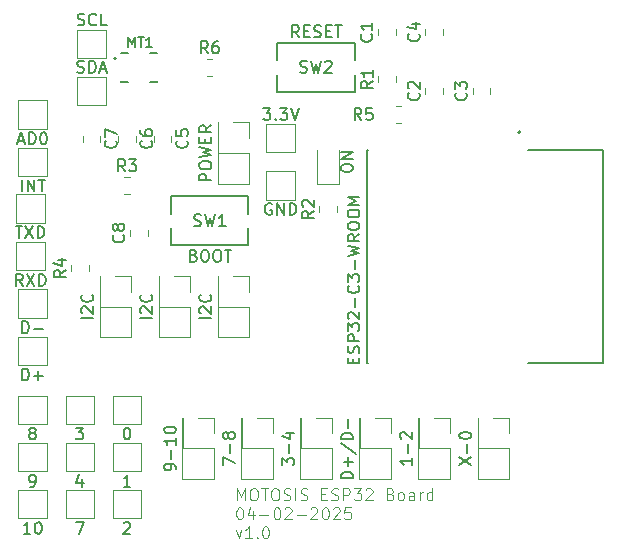
<source format=gbr>
%TF.GenerationSoftware,KiCad,Pcbnew,8.0.8*%
%TF.CreationDate,2025-04-04T16:16:19-04:00*%
%TF.ProjectId,ESP32,45535033-322e-46b6-9963-61645f706362,rev?*%
%TF.SameCoordinates,Original*%
%TF.FileFunction,Legend,Top*%
%TF.FilePolarity,Positive*%
%FSLAX46Y46*%
G04 Gerber Fmt 4.6, Leading zero omitted, Abs format (unit mm)*
G04 Created by KiCad (PCBNEW 8.0.8) date 2025-04-04 16:16:19*
%MOMM*%
%LPD*%
G01*
G04 APERTURE LIST*
%ADD10C,0.100000*%
%ADD11C,0.150000*%
%ADD12C,0.120000*%
%ADD13C,0.152400*%
%ADD14C,0.127000*%
%ADD15C,0.200000*%
G04 APERTURE END LIST*
D10*
X142303884Y-112652531D02*
X142303884Y-111652531D01*
X142303884Y-111652531D02*
X142637217Y-112366816D01*
X142637217Y-112366816D02*
X142970550Y-111652531D01*
X142970550Y-111652531D02*
X142970550Y-112652531D01*
X143637217Y-111652531D02*
X143827693Y-111652531D01*
X143827693Y-111652531D02*
X143922931Y-111700150D01*
X143922931Y-111700150D02*
X144018169Y-111795388D01*
X144018169Y-111795388D02*
X144065788Y-111985864D01*
X144065788Y-111985864D02*
X144065788Y-112319197D01*
X144065788Y-112319197D02*
X144018169Y-112509673D01*
X144018169Y-112509673D02*
X143922931Y-112604912D01*
X143922931Y-112604912D02*
X143827693Y-112652531D01*
X143827693Y-112652531D02*
X143637217Y-112652531D01*
X143637217Y-112652531D02*
X143541979Y-112604912D01*
X143541979Y-112604912D02*
X143446741Y-112509673D01*
X143446741Y-112509673D02*
X143399122Y-112319197D01*
X143399122Y-112319197D02*
X143399122Y-111985864D01*
X143399122Y-111985864D02*
X143446741Y-111795388D01*
X143446741Y-111795388D02*
X143541979Y-111700150D01*
X143541979Y-111700150D02*
X143637217Y-111652531D01*
X144351503Y-111652531D02*
X144922931Y-111652531D01*
X144637217Y-112652531D02*
X144637217Y-111652531D01*
X145446741Y-111652531D02*
X145637217Y-111652531D01*
X145637217Y-111652531D02*
X145732455Y-111700150D01*
X145732455Y-111700150D02*
X145827693Y-111795388D01*
X145827693Y-111795388D02*
X145875312Y-111985864D01*
X145875312Y-111985864D02*
X145875312Y-112319197D01*
X145875312Y-112319197D02*
X145827693Y-112509673D01*
X145827693Y-112509673D02*
X145732455Y-112604912D01*
X145732455Y-112604912D02*
X145637217Y-112652531D01*
X145637217Y-112652531D02*
X145446741Y-112652531D01*
X145446741Y-112652531D02*
X145351503Y-112604912D01*
X145351503Y-112604912D02*
X145256265Y-112509673D01*
X145256265Y-112509673D02*
X145208646Y-112319197D01*
X145208646Y-112319197D02*
X145208646Y-111985864D01*
X145208646Y-111985864D02*
X145256265Y-111795388D01*
X145256265Y-111795388D02*
X145351503Y-111700150D01*
X145351503Y-111700150D02*
X145446741Y-111652531D01*
X146256265Y-112604912D02*
X146399122Y-112652531D01*
X146399122Y-112652531D02*
X146637217Y-112652531D01*
X146637217Y-112652531D02*
X146732455Y-112604912D01*
X146732455Y-112604912D02*
X146780074Y-112557292D01*
X146780074Y-112557292D02*
X146827693Y-112462054D01*
X146827693Y-112462054D02*
X146827693Y-112366816D01*
X146827693Y-112366816D02*
X146780074Y-112271578D01*
X146780074Y-112271578D02*
X146732455Y-112223959D01*
X146732455Y-112223959D02*
X146637217Y-112176340D01*
X146637217Y-112176340D02*
X146446741Y-112128721D01*
X146446741Y-112128721D02*
X146351503Y-112081102D01*
X146351503Y-112081102D02*
X146303884Y-112033483D01*
X146303884Y-112033483D02*
X146256265Y-111938245D01*
X146256265Y-111938245D02*
X146256265Y-111843007D01*
X146256265Y-111843007D02*
X146303884Y-111747769D01*
X146303884Y-111747769D02*
X146351503Y-111700150D01*
X146351503Y-111700150D02*
X146446741Y-111652531D01*
X146446741Y-111652531D02*
X146684836Y-111652531D01*
X146684836Y-111652531D02*
X146827693Y-111700150D01*
X147256265Y-112652531D02*
X147256265Y-111652531D01*
X147684836Y-112604912D02*
X147827693Y-112652531D01*
X147827693Y-112652531D02*
X148065788Y-112652531D01*
X148065788Y-112652531D02*
X148161026Y-112604912D01*
X148161026Y-112604912D02*
X148208645Y-112557292D01*
X148208645Y-112557292D02*
X148256264Y-112462054D01*
X148256264Y-112462054D02*
X148256264Y-112366816D01*
X148256264Y-112366816D02*
X148208645Y-112271578D01*
X148208645Y-112271578D02*
X148161026Y-112223959D01*
X148161026Y-112223959D02*
X148065788Y-112176340D01*
X148065788Y-112176340D02*
X147875312Y-112128721D01*
X147875312Y-112128721D02*
X147780074Y-112081102D01*
X147780074Y-112081102D02*
X147732455Y-112033483D01*
X147732455Y-112033483D02*
X147684836Y-111938245D01*
X147684836Y-111938245D02*
X147684836Y-111843007D01*
X147684836Y-111843007D02*
X147732455Y-111747769D01*
X147732455Y-111747769D02*
X147780074Y-111700150D01*
X147780074Y-111700150D02*
X147875312Y-111652531D01*
X147875312Y-111652531D02*
X148113407Y-111652531D01*
X148113407Y-111652531D02*
X148256264Y-111700150D01*
X149446741Y-112128721D02*
X149780074Y-112128721D01*
X149922931Y-112652531D02*
X149446741Y-112652531D01*
X149446741Y-112652531D02*
X149446741Y-111652531D01*
X149446741Y-111652531D02*
X149922931Y-111652531D01*
X150303884Y-112604912D02*
X150446741Y-112652531D01*
X150446741Y-112652531D02*
X150684836Y-112652531D01*
X150684836Y-112652531D02*
X150780074Y-112604912D01*
X150780074Y-112604912D02*
X150827693Y-112557292D01*
X150827693Y-112557292D02*
X150875312Y-112462054D01*
X150875312Y-112462054D02*
X150875312Y-112366816D01*
X150875312Y-112366816D02*
X150827693Y-112271578D01*
X150827693Y-112271578D02*
X150780074Y-112223959D01*
X150780074Y-112223959D02*
X150684836Y-112176340D01*
X150684836Y-112176340D02*
X150494360Y-112128721D01*
X150494360Y-112128721D02*
X150399122Y-112081102D01*
X150399122Y-112081102D02*
X150351503Y-112033483D01*
X150351503Y-112033483D02*
X150303884Y-111938245D01*
X150303884Y-111938245D02*
X150303884Y-111843007D01*
X150303884Y-111843007D02*
X150351503Y-111747769D01*
X150351503Y-111747769D02*
X150399122Y-111700150D01*
X150399122Y-111700150D02*
X150494360Y-111652531D01*
X150494360Y-111652531D02*
X150732455Y-111652531D01*
X150732455Y-111652531D02*
X150875312Y-111700150D01*
X151303884Y-112652531D02*
X151303884Y-111652531D01*
X151303884Y-111652531D02*
X151684836Y-111652531D01*
X151684836Y-111652531D02*
X151780074Y-111700150D01*
X151780074Y-111700150D02*
X151827693Y-111747769D01*
X151827693Y-111747769D02*
X151875312Y-111843007D01*
X151875312Y-111843007D02*
X151875312Y-111985864D01*
X151875312Y-111985864D02*
X151827693Y-112081102D01*
X151827693Y-112081102D02*
X151780074Y-112128721D01*
X151780074Y-112128721D02*
X151684836Y-112176340D01*
X151684836Y-112176340D02*
X151303884Y-112176340D01*
X152208646Y-111652531D02*
X152827693Y-111652531D01*
X152827693Y-111652531D02*
X152494360Y-112033483D01*
X152494360Y-112033483D02*
X152637217Y-112033483D01*
X152637217Y-112033483D02*
X152732455Y-112081102D01*
X152732455Y-112081102D02*
X152780074Y-112128721D01*
X152780074Y-112128721D02*
X152827693Y-112223959D01*
X152827693Y-112223959D02*
X152827693Y-112462054D01*
X152827693Y-112462054D02*
X152780074Y-112557292D01*
X152780074Y-112557292D02*
X152732455Y-112604912D01*
X152732455Y-112604912D02*
X152637217Y-112652531D01*
X152637217Y-112652531D02*
X152351503Y-112652531D01*
X152351503Y-112652531D02*
X152256265Y-112604912D01*
X152256265Y-112604912D02*
X152208646Y-112557292D01*
X153208646Y-111747769D02*
X153256265Y-111700150D01*
X153256265Y-111700150D02*
X153351503Y-111652531D01*
X153351503Y-111652531D02*
X153589598Y-111652531D01*
X153589598Y-111652531D02*
X153684836Y-111700150D01*
X153684836Y-111700150D02*
X153732455Y-111747769D01*
X153732455Y-111747769D02*
X153780074Y-111843007D01*
X153780074Y-111843007D02*
X153780074Y-111938245D01*
X153780074Y-111938245D02*
X153732455Y-112081102D01*
X153732455Y-112081102D02*
X153161027Y-112652531D01*
X153161027Y-112652531D02*
X153780074Y-112652531D01*
X155303884Y-112128721D02*
X155446741Y-112176340D01*
X155446741Y-112176340D02*
X155494360Y-112223959D01*
X155494360Y-112223959D02*
X155541979Y-112319197D01*
X155541979Y-112319197D02*
X155541979Y-112462054D01*
X155541979Y-112462054D02*
X155494360Y-112557292D01*
X155494360Y-112557292D02*
X155446741Y-112604912D01*
X155446741Y-112604912D02*
X155351503Y-112652531D01*
X155351503Y-112652531D02*
X154970551Y-112652531D01*
X154970551Y-112652531D02*
X154970551Y-111652531D01*
X154970551Y-111652531D02*
X155303884Y-111652531D01*
X155303884Y-111652531D02*
X155399122Y-111700150D01*
X155399122Y-111700150D02*
X155446741Y-111747769D01*
X155446741Y-111747769D02*
X155494360Y-111843007D01*
X155494360Y-111843007D02*
X155494360Y-111938245D01*
X155494360Y-111938245D02*
X155446741Y-112033483D01*
X155446741Y-112033483D02*
X155399122Y-112081102D01*
X155399122Y-112081102D02*
X155303884Y-112128721D01*
X155303884Y-112128721D02*
X154970551Y-112128721D01*
X156113408Y-112652531D02*
X156018170Y-112604912D01*
X156018170Y-112604912D02*
X155970551Y-112557292D01*
X155970551Y-112557292D02*
X155922932Y-112462054D01*
X155922932Y-112462054D02*
X155922932Y-112176340D01*
X155922932Y-112176340D02*
X155970551Y-112081102D01*
X155970551Y-112081102D02*
X156018170Y-112033483D01*
X156018170Y-112033483D02*
X156113408Y-111985864D01*
X156113408Y-111985864D02*
X156256265Y-111985864D01*
X156256265Y-111985864D02*
X156351503Y-112033483D01*
X156351503Y-112033483D02*
X156399122Y-112081102D01*
X156399122Y-112081102D02*
X156446741Y-112176340D01*
X156446741Y-112176340D02*
X156446741Y-112462054D01*
X156446741Y-112462054D02*
X156399122Y-112557292D01*
X156399122Y-112557292D02*
X156351503Y-112604912D01*
X156351503Y-112604912D02*
X156256265Y-112652531D01*
X156256265Y-112652531D02*
X156113408Y-112652531D01*
X157303884Y-112652531D02*
X157303884Y-112128721D01*
X157303884Y-112128721D02*
X157256265Y-112033483D01*
X157256265Y-112033483D02*
X157161027Y-111985864D01*
X157161027Y-111985864D02*
X156970551Y-111985864D01*
X156970551Y-111985864D02*
X156875313Y-112033483D01*
X157303884Y-112604912D02*
X157208646Y-112652531D01*
X157208646Y-112652531D02*
X156970551Y-112652531D01*
X156970551Y-112652531D02*
X156875313Y-112604912D01*
X156875313Y-112604912D02*
X156827694Y-112509673D01*
X156827694Y-112509673D02*
X156827694Y-112414435D01*
X156827694Y-112414435D02*
X156875313Y-112319197D01*
X156875313Y-112319197D02*
X156970551Y-112271578D01*
X156970551Y-112271578D02*
X157208646Y-112271578D01*
X157208646Y-112271578D02*
X157303884Y-112223959D01*
X157780075Y-112652531D02*
X157780075Y-111985864D01*
X157780075Y-112176340D02*
X157827694Y-112081102D01*
X157827694Y-112081102D02*
X157875313Y-112033483D01*
X157875313Y-112033483D02*
X157970551Y-111985864D01*
X157970551Y-111985864D02*
X158065789Y-111985864D01*
X158827694Y-112652531D02*
X158827694Y-111652531D01*
X158827694Y-112604912D02*
X158732456Y-112652531D01*
X158732456Y-112652531D02*
X158541980Y-112652531D01*
X158541980Y-112652531D02*
X158446742Y-112604912D01*
X158446742Y-112604912D02*
X158399123Y-112557292D01*
X158399123Y-112557292D02*
X158351504Y-112462054D01*
X158351504Y-112462054D02*
X158351504Y-112176340D01*
X158351504Y-112176340D02*
X158399123Y-112081102D01*
X158399123Y-112081102D02*
X158446742Y-112033483D01*
X158446742Y-112033483D02*
X158541980Y-111985864D01*
X158541980Y-111985864D02*
X158732456Y-111985864D01*
X158732456Y-111985864D02*
X158827694Y-112033483D01*
X142494360Y-113262475D02*
X142589598Y-113262475D01*
X142589598Y-113262475D02*
X142684836Y-113310094D01*
X142684836Y-113310094D02*
X142732455Y-113357713D01*
X142732455Y-113357713D02*
X142780074Y-113452951D01*
X142780074Y-113452951D02*
X142827693Y-113643427D01*
X142827693Y-113643427D02*
X142827693Y-113881522D01*
X142827693Y-113881522D02*
X142780074Y-114071998D01*
X142780074Y-114071998D02*
X142732455Y-114167236D01*
X142732455Y-114167236D02*
X142684836Y-114214856D01*
X142684836Y-114214856D02*
X142589598Y-114262475D01*
X142589598Y-114262475D02*
X142494360Y-114262475D01*
X142494360Y-114262475D02*
X142399122Y-114214856D01*
X142399122Y-114214856D02*
X142351503Y-114167236D01*
X142351503Y-114167236D02*
X142303884Y-114071998D01*
X142303884Y-114071998D02*
X142256265Y-113881522D01*
X142256265Y-113881522D02*
X142256265Y-113643427D01*
X142256265Y-113643427D02*
X142303884Y-113452951D01*
X142303884Y-113452951D02*
X142351503Y-113357713D01*
X142351503Y-113357713D02*
X142399122Y-113310094D01*
X142399122Y-113310094D02*
X142494360Y-113262475D01*
X143684836Y-113595808D02*
X143684836Y-114262475D01*
X143446741Y-113214856D02*
X143208646Y-113929141D01*
X143208646Y-113929141D02*
X143827693Y-113929141D01*
X144208646Y-113881522D02*
X144970551Y-113881522D01*
X145637217Y-113262475D02*
X145732455Y-113262475D01*
X145732455Y-113262475D02*
X145827693Y-113310094D01*
X145827693Y-113310094D02*
X145875312Y-113357713D01*
X145875312Y-113357713D02*
X145922931Y-113452951D01*
X145922931Y-113452951D02*
X145970550Y-113643427D01*
X145970550Y-113643427D02*
X145970550Y-113881522D01*
X145970550Y-113881522D02*
X145922931Y-114071998D01*
X145922931Y-114071998D02*
X145875312Y-114167236D01*
X145875312Y-114167236D02*
X145827693Y-114214856D01*
X145827693Y-114214856D02*
X145732455Y-114262475D01*
X145732455Y-114262475D02*
X145637217Y-114262475D01*
X145637217Y-114262475D02*
X145541979Y-114214856D01*
X145541979Y-114214856D02*
X145494360Y-114167236D01*
X145494360Y-114167236D02*
X145446741Y-114071998D01*
X145446741Y-114071998D02*
X145399122Y-113881522D01*
X145399122Y-113881522D02*
X145399122Y-113643427D01*
X145399122Y-113643427D02*
X145446741Y-113452951D01*
X145446741Y-113452951D02*
X145494360Y-113357713D01*
X145494360Y-113357713D02*
X145541979Y-113310094D01*
X145541979Y-113310094D02*
X145637217Y-113262475D01*
X146351503Y-113357713D02*
X146399122Y-113310094D01*
X146399122Y-113310094D02*
X146494360Y-113262475D01*
X146494360Y-113262475D02*
X146732455Y-113262475D01*
X146732455Y-113262475D02*
X146827693Y-113310094D01*
X146827693Y-113310094D02*
X146875312Y-113357713D01*
X146875312Y-113357713D02*
X146922931Y-113452951D01*
X146922931Y-113452951D02*
X146922931Y-113548189D01*
X146922931Y-113548189D02*
X146875312Y-113691046D01*
X146875312Y-113691046D02*
X146303884Y-114262475D01*
X146303884Y-114262475D02*
X146922931Y-114262475D01*
X147351503Y-113881522D02*
X148113408Y-113881522D01*
X148541979Y-113357713D02*
X148589598Y-113310094D01*
X148589598Y-113310094D02*
X148684836Y-113262475D01*
X148684836Y-113262475D02*
X148922931Y-113262475D01*
X148922931Y-113262475D02*
X149018169Y-113310094D01*
X149018169Y-113310094D02*
X149065788Y-113357713D01*
X149065788Y-113357713D02*
X149113407Y-113452951D01*
X149113407Y-113452951D02*
X149113407Y-113548189D01*
X149113407Y-113548189D02*
X149065788Y-113691046D01*
X149065788Y-113691046D02*
X148494360Y-114262475D01*
X148494360Y-114262475D02*
X149113407Y-114262475D01*
X149732455Y-113262475D02*
X149827693Y-113262475D01*
X149827693Y-113262475D02*
X149922931Y-113310094D01*
X149922931Y-113310094D02*
X149970550Y-113357713D01*
X149970550Y-113357713D02*
X150018169Y-113452951D01*
X150018169Y-113452951D02*
X150065788Y-113643427D01*
X150065788Y-113643427D02*
X150065788Y-113881522D01*
X150065788Y-113881522D02*
X150018169Y-114071998D01*
X150018169Y-114071998D02*
X149970550Y-114167236D01*
X149970550Y-114167236D02*
X149922931Y-114214856D01*
X149922931Y-114214856D02*
X149827693Y-114262475D01*
X149827693Y-114262475D02*
X149732455Y-114262475D01*
X149732455Y-114262475D02*
X149637217Y-114214856D01*
X149637217Y-114214856D02*
X149589598Y-114167236D01*
X149589598Y-114167236D02*
X149541979Y-114071998D01*
X149541979Y-114071998D02*
X149494360Y-113881522D01*
X149494360Y-113881522D02*
X149494360Y-113643427D01*
X149494360Y-113643427D02*
X149541979Y-113452951D01*
X149541979Y-113452951D02*
X149589598Y-113357713D01*
X149589598Y-113357713D02*
X149637217Y-113310094D01*
X149637217Y-113310094D02*
X149732455Y-113262475D01*
X150446741Y-113357713D02*
X150494360Y-113310094D01*
X150494360Y-113310094D02*
X150589598Y-113262475D01*
X150589598Y-113262475D02*
X150827693Y-113262475D01*
X150827693Y-113262475D02*
X150922931Y-113310094D01*
X150922931Y-113310094D02*
X150970550Y-113357713D01*
X150970550Y-113357713D02*
X151018169Y-113452951D01*
X151018169Y-113452951D02*
X151018169Y-113548189D01*
X151018169Y-113548189D02*
X150970550Y-113691046D01*
X150970550Y-113691046D02*
X150399122Y-114262475D01*
X150399122Y-114262475D02*
X151018169Y-114262475D01*
X151922931Y-113262475D02*
X151446741Y-113262475D01*
X151446741Y-113262475D02*
X151399122Y-113738665D01*
X151399122Y-113738665D02*
X151446741Y-113691046D01*
X151446741Y-113691046D02*
X151541979Y-113643427D01*
X151541979Y-113643427D02*
X151780074Y-113643427D01*
X151780074Y-113643427D02*
X151875312Y-113691046D01*
X151875312Y-113691046D02*
X151922931Y-113738665D01*
X151922931Y-113738665D02*
X151970550Y-113833903D01*
X151970550Y-113833903D02*
X151970550Y-114071998D01*
X151970550Y-114071998D02*
X151922931Y-114167236D01*
X151922931Y-114167236D02*
X151875312Y-114214856D01*
X151875312Y-114214856D02*
X151780074Y-114262475D01*
X151780074Y-114262475D02*
X151541979Y-114262475D01*
X151541979Y-114262475D02*
X151446741Y-114214856D01*
X151446741Y-114214856D02*
X151399122Y-114167236D01*
X142208646Y-115205752D02*
X142446741Y-115872419D01*
X142446741Y-115872419D02*
X142684836Y-115205752D01*
X143589598Y-115872419D02*
X143018170Y-115872419D01*
X143303884Y-115872419D02*
X143303884Y-114872419D01*
X143303884Y-114872419D02*
X143208646Y-115015276D01*
X143208646Y-115015276D02*
X143113408Y-115110514D01*
X143113408Y-115110514D02*
X143018170Y-115158133D01*
X144018170Y-115777180D02*
X144065789Y-115824800D01*
X144065789Y-115824800D02*
X144018170Y-115872419D01*
X144018170Y-115872419D02*
X143970551Y-115824800D01*
X143970551Y-115824800D02*
X144018170Y-115777180D01*
X144018170Y-115777180D02*
X144018170Y-115872419D01*
X144684836Y-114872419D02*
X144780074Y-114872419D01*
X144780074Y-114872419D02*
X144875312Y-114920038D01*
X144875312Y-114920038D02*
X144922931Y-114967657D01*
X144922931Y-114967657D02*
X144970550Y-115062895D01*
X144970550Y-115062895D02*
X145018169Y-115253371D01*
X145018169Y-115253371D02*
X145018169Y-115491466D01*
X145018169Y-115491466D02*
X144970550Y-115681942D01*
X144970550Y-115681942D02*
X144922931Y-115777180D01*
X144922931Y-115777180D02*
X144875312Y-115824800D01*
X144875312Y-115824800D02*
X144780074Y-115872419D01*
X144780074Y-115872419D02*
X144684836Y-115872419D01*
X144684836Y-115872419D02*
X144589598Y-115824800D01*
X144589598Y-115824800D02*
X144541979Y-115777180D01*
X144541979Y-115777180D02*
X144494360Y-115681942D01*
X144494360Y-115681942D02*
X144446741Y-115491466D01*
X144446741Y-115491466D02*
X144446741Y-115253371D01*
X144446741Y-115253371D02*
X144494360Y-115062895D01*
X144494360Y-115062895D02*
X144541979Y-114967657D01*
X144541979Y-114967657D02*
X144589598Y-114920038D01*
X144589598Y-114920038D02*
X144684836Y-114872419D01*
D11*
X132952381Y-106504819D02*
X133047619Y-106504819D01*
X133047619Y-106504819D02*
X133142857Y-106552438D01*
X133142857Y-106552438D02*
X133190476Y-106600057D01*
X133190476Y-106600057D02*
X133238095Y-106695295D01*
X133238095Y-106695295D02*
X133285714Y-106885771D01*
X133285714Y-106885771D02*
X133285714Y-107123866D01*
X133285714Y-107123866D02*
X133238095Y-107314342D01*
X133238095Y-107314342D02*
X133190476Y-107409580D01*
X133190476Y-107409580D02*
X133142857Y-107457200D01*
X133142857Y-107457200D02*
X133047619Y-107504819D01*
X133047619Y-107504819D02*
X132952381Y-107504819D01*
X132952381Y-107504819D02*
X132857143Y-107457200D01*
X132857143Y-107457200D02*
X132809524Y-107409580D01*
X132809524Y-107409580D02*
X132761905Y-107314342D01*
X132761905Y-107314342D02*
X132714286Y-107123866D01*
X132714286Y-107123866D02*
X132714286Y-106885771D01*
X132714286Y-106885771D02*
X132761905Y-106695295D01*
X132761905Y-106695295D02*
X132809524Y-106600057D01*
X132809524Y-106600057D02*
X132857143Y-106552438D01*
X132857143Y-106552438D02*
X132952381Y-106504819D01*
X133285714Y-111504819D02*
X132714286Y-111504819D01*
X133000000Y-111504819D02*
X133000000Y-110504819D01*
X133000000Y-110504819D02*
X132904762Y-110647676D01*
X132904762Y-110647676D02*
X132809524Y-110742914D01*
X132809524Y-110742914D02*
X132714286Y-110790533D01*
X148804819Y-88166666D02*
X148328628Y-88499999D01*
X148804819Y-88738094D02*
X147804819Y-88738094D01*
X147804819Y-88738094D02*
X147804819Y-88357142D01*
X147804819Y-88357142D02*
X147852438Y-88261904D01*
X147852438Y-88261904D02*
X147900057Y-88214285D01*
X147900057Y-88214285D02*
X147995295Y-88166666D01*
X147995295Y-88166666D02*
X148138152Y-88166666D01*
X148138152Y-88166666D02*
X148233390Y-88214285D01*
X148233390Y-88214285D02*
X148281009Y-88261904D01*
X148281009Y-88261904D02*
X148328628Y-88357142D01*
X148328628Y-88357142D02*
X148328628Y-88738094D01*
X147900057Y-87785713D02*
X147852438Y-87738094D01*
X147852438Y-87738094D02*
X147804819Y-87642856D01*
X147804819Y-87642856D02*
X147804819Y-87404761D01*
X147804819Y-87404761D02*
X147852438Y-87309523D01*
X147852438Y-87309523D02*
X147900057Y-87261904D01*
X147900057Y-87261904D02*
X147995295Y-87214285D01*
X147995295Y-87214285D02*
X148090533Y-87214285D01*
X148090533Y-87214285D02*
X148233390Y-87261904D01*
X148233390Y-87261904D02*
X148804819Y-87833332D01*
X148804819Y-87833332D02*
X148804819Y-87214285D01*
X151104819Y-84619047D02*
X151104819Y-84428571D01*
X151104819Y-84428571D02*
X151152438Y-84333333D01*
X151152438Y-84333333D02*
X151247676Y-84238095D01*
X151247676Y-84238095D02*
X151438152Y-84190476D01*
X151438152Y-84190476D02*
X151771485Y-84190476D01*
X151771485Y-84190476D02*
X151961961Y-84238095D01*
X151961961Y-84238095D02*
X152057200Y-84333333D01*
X152057200Y-84333333D02*
X152104819Y-84428571D01*
X152104819Y-84428571D02*
X152104819Y-84619047D01*
X152104819Y-84619047D02*
X152057200Y-84714285D01*
X152057200Y-84714285D02*
X151961961Y-84809523D01*
X151961961Y-84809523D02*
X151771485Y-84857142D01*
X151771485Y-84857142D02*
X151438152Y-84857142D01*
X151438152Y-84857142D02*
X151247676Y-84809523D01*
X151247676Y-84809523D02*
X151152438Y-84714285D01*
X151152438Y-84714285D02*
X151104819Y-84619047D01*
X152104819Y-83761904D02*
X151104819Y-83761904D01*
X151104819Y-83761904D02*
X152104819Y-83190476D01*
X152104819Y-83190476D02*
X151104819Y-83190476D01*
X146124819Y-109698570D02*
X146124819Y-109079523D01*
X146124819Y-109079523D02*
X146505771Y-109412856D01*
X146505771Y-109412856D02*
X146505771Y-109269999D01*
X146505771Y-109269999D02*
X146553390Y-109174761D01*
X146553390Y-109174761D02*
X146601009Y-109127142D01*
X146601009Y-109127142D02*
X146696247Y-109079523D01*
X146696247Y-109079523D02*
X146934342Y-109079523D01*
X146934342Y-109079523D02*
X147029580Y-109127142D01*
X147029580Y-109127142D02*
X147077200Y-109174761D01*
X147077200Y-109174761D02*
X147124819Y-109269999D01*
X147124819Y-109269999D02*
X147124819Y-109555713D01*
X147124819Y-109555713D02*
X147077200Y-109650951D01*
X147077200Y-109650951D02*
X147029580Y-109698570D01*
X146743866Y-108650951D02*
X146743866Y-107889047D01*
X146458152Y-106984285D02*
X147124819Y-106984285D01*
X146077200Y-107222380D02*
X146791485Y-107460475D01*
X146791485Y-107460475D02*
X146791485Y-106841428D01*
X127804819Y-93166666D02*
X127328628Y-93499999D01*
X127804819Y-93738094D02*
X126804819Y-93738094D01*
X126804819Y-93738094D02*
X126804819Y-93357142D01*
X126804819Y-93357142D02*
X126852438Y-93261904D01*
X126852438Y-93261904D02*
X126900057Y-93214285D01*
X126900057Y-93214285D02*
X126995295Y-93166666D01*
X126995295Y-93166666D02*
X127138152Y-93166666D01*
X127138152Y-93166666D02*
X127233390Y-93214285D01*
X127233390Y-93214285D02*
X127281009Y-93261904D01*
X127281009Y-93261904D02*
X127328628Y-93357142D01*
X127328628Y-93357142D02*
X127328628Y-93738094D01*
X127138152Y-92309523D02*
X127804819Y-92309523D01*
X126757200Y-92547618D02*
X127471485Y-92785713D01*
X127471485Y-92785713D02*
X127471485Y-92166666D01*
X128666667Y-106504819D02*
X129285714Y-106504819D01*
X129285714Y-106504819D02*
X128952381Y-106885771D01*
X128952381Y-106885771D02*
X129095238Y-106885771D01*
X129095238Y-106885771D02*
X129190476Y-106933390D01*
X129190476Y-106933390D02*
X129238095Y-106981009D01*
X129238095Y-106981009D02*
X129285714Y-107076247D01*
X129285714Y-107076247D02*
X129285714Y-107314342D01*
X129285714Y-107314342D02*
X129238095Y-107409580D01*
X129238095Y-107409580D02*
X129190476Y-107457200D01*
X129190476Y-107457200D02*
X129095238Y-107504819D01*
X129095238Y-107504819D02*
X128809524Y-107504819D01*
X128809524Y-107504819D02*
X128714286Y-107457200D01*
X128714286Y-107457200D02*
X128666667Y-107409580D01*
X137124819Y-110031904D02*
X137124819Y-109841428D01*
X137124819Y-109841428D02*
X137077200Y-109746190D01*
X137077200Y-109746190D02*
X137029580Y-109698571D01*
X137029580Y-109698571D02*
X136886723Y-109603333D01*
X136886723Y-109603333D02*
X136696247Y-109555714D01*
X136696247Y-109555714D02*
X136315295Y-109555714D01*
X136315295Y-109555714D02*
X136220057Y-109603333D01*
X136220057Y-109603333D02*
X136172438Y-109650952D01*
X136172438Y-109650952D02*
X136124819Y-109746190D01*
X136124819Y-109746190D02*
X136124819Y-109936666D01*
X136124819Y-109936666D02*
X136172438Y-110031904D01*
X136172438Y-110031904D02*
X136220057Y-110079523D01*
X136220057Y-110079523D02*
X136315295Y-110127142D01*
X136315295Y-110127142D02*
X136553390Y-110127142D01*
X136553390Y-110127142D02*
X136648628Y-110079523D01*
X136648628Y-110079523D02*
X136696247Y-110031904D01*
X136696247Y-110031904D02*
X136743866Y-109936666D01*
X136743866Y-109936666D02*
X136743866Y-109746190D01*
X136743866Y-109746190D02*
X136696247Y-109650952D01*
X136696247Y-109650952D02*
X136648628Y-109603333D01*
X136648628Y-109603333D02*
X136553390Y-109555714D01*
X136743866Y-109127142D02*
X136743866Y-108365238D01*
X137124819Y-107365238D02*
X137124819Y-107936666D01*
X137124819Y-107650952D02*
X136124819Y-107650952D01*
X136124819Y-107650952D02*
X136267676Y-107746190D01*
X136267676Y-107746190D02*
X136362914Y-107841428D01*
X136362914Y-107841428D02*
X136410533Y-107936666D01*
X136124819Y-106746190D02*
X136124819Y-106650952D01*
X136124819Y-106650952D02*
X136172438Y-106555714D01*
X136172438Y-106555714D02*
X136220057Y-106508095D01*
X136220057Y-106508095D02*
X136315295Y-106460476D01*
X136315295Y-106460476D02*
X136505771Y-106412857D01*
X136505771Y-106412857D02*
X136743866Y-106412857D01*
X136743866Y-106412857D02*
X136934342Y-106460476D01*
X136934342Y-106460476D02*
X137029580Y-106508095D01*
X137029580Y-106508095D02*
X137077200Y-106555714D01*
X137077200Y-106555714D02*
X137124819Y-106650952D01*
X137124819Y-106650952D02*
X137124819Y-106746190D01*
X137124819Y-106746190D02*
X137077200Y-106841428D01*
X137077200Y-106841428D02*
X137029580Y-106889047D01*
X137029580Y-106889047D02*
X136934342Y-106936666D01*
X136934342Y-106936666D02*
X136743866Y-106984285D01*
X136743866Y-106984285D02*
X136505771Y-106984285D01*
X136505771Y-106984285D02*
X136315295Y-106936666D01*
X136315295Y-106936666D02*
X136220057Y-106889047D01*
X136220057Y-106889047D02*
X136172438Y-106841428D01*
X136172438Y-106841428D02*
X136124819Y-106746190D01*
X161679580Y-78166666D02*
X161727200Y-78214285D01*
X161727200Y-78214285D02*
X161774819Y-78357142D01*
X161774819Y-78357142D02*
X161774819Y-78452380D01*
X161774819Y-78452380D02*
X161727200Y-78595237D01*
X161727200Y-78595237D02*
X161631961Y-78690475D01*
X161631961Y-78690475D02*
X161536723Y-78738094D01*
X161536723Y-78738094D02*
X161346247Y-78785713D01*
X161346247Y-78785713D02*
X161203390Y-78785713D01*
X161203390Y-78785713D02*
X161012914Y-78738094D01*
X161012914Y-78738094D02*
X160917676Y-78690475D01*
X160917676Y-78690475D02*
X160822438Y-78595237D01*
X160822438Y-78595237D02*
X160774819Y-78452380D01*
X160774819Y-78452380D02*
X160774819Y-78357142D01*
X160774819Y-78357142D02*
X160822438Y-78214285D01*
X160822438Y-78214285D02*
X160870057Y-78166666D01*
X160774819Y-77833332D02*
X160774819Y-77214285D01*
X160774819Y-77214285D02*
X161155771Y-77547618D01*
X161155771Y-77547618D02*
X161155771Y-77404761D01*
X161155771Y-77404761D02*
X161203390Y-77309523D01*
X161203390Y-77309523D02*
X161251009Y-77261904D01*
X161251009Y-77261904D02*
X161346247Y-77214285D01*
X161346247Y-77214285D02*
X161584342Y-77214285D01*
X161584342Y-77214285D02*
X161679580Y-77261904D01*
X161679580Y-77261904D02*
X161727200Y-77309523D01*
X161727200Y-77309523D02*
X161774819Y-77404761D01*
X161774819Y-77404761D02*
X161774819Y-77690475D01*
X161774819Y-77690475D02*
X161727200Y-77785713D01*
X161727200Y-77785713D02*
X161679580Y-77833332D01*
X130124819Y-97246189D02*
X129124819Y-97246189D01*
X129220057Y-96817618D02*
X129172438Y-96769999D01*
X129172438Y-96769999D02*
X129124819Y-96674761D01*
X129124819Y-96674761D02*
X129124819Y-96436666D01*
X129124819Y-96436666D02*
X129172438Y-96341428D01*
X129172438Y-96341428D02*
X129220057Y-96293809D01*
X129220057Y-96293809D02*
X129315295Y-96246190D01*
X129315295Y-96246190D02*
X129410533Y-96246190D01*
X129410533Y-96246190D02*
X129553390Y-96293809D01*
X129553390Y-96293809D02*
X130124819Y-96865237D01*
X130124819Y-96865237D02*
X130124819Y-96246190D01*
X130029580Y-95246190D02*
X130077200Y-95293809D01*
X130077200Y-95293809D02*
X130124819Y-95436666D01*
X130124819Y-95436666D02*
X130124819Y-95531904D01*
X130124819Y-95531904D02*
X130077200Y-95674761D01*
X130077200Y-95674761D02*
X129981961Y-95769999D01*
X129981961Y-95769999D02*
X129886723Y-95817618D01*
X129886723Y-95817618D02*
X129696247Y-95865237D01*
X129696247Y-95865237D02*
X129553390Y-95865237D01*
X129553390Y-95865237D02*
X129362914Y-95817618D01*
X129362914Y-95817618D02*
X129267676Y-95769999D01*
X129267676Y-95769999D02*
X129172438Y-95674761D01*
X129172438Y-95674761D02*
X129124819Y-95531904D01*
X129124819Y-95531904D02*
X129124819Y-95436666D01*
X129124819Y-95436666D02*
X129172438Y-95293809D01*
X129172438Y-95293809D02*
X129220057Y-95246190D01*
X141124819Y-109698570D02*
X141124819Y-109031904D01*
X141124819Y-109031904D02*
X142124819Y-109460475D01*
X141743866Y-108650951D02*
X141743866Y-107889047D01*
X141553390Y-107269999D02*
X141505771Y-107365237D01*
X141505771Y-107365237D02*
X141458152Y-107412856D01*
X141458152Y-107412856D02*
X141362914Y-107460475D01*
X141362914Y-107460475D02*
X141315295Y-107460475D01*
X141315295Y-107460475D02*
X141220057Y-107412856D01*
X141220057Y-107412856D02*
X141172438Y-107365237D01*
X141172438Y-107365237D02*
X141124819Y-107269999D01*
X141124819Y-107269999D02*
X141124819Y-107079523D01*
X141124819Y-107079523D02*
X141172438Y-106984285D01*
X141172438Y-106984285D02*
X141220057Y-106936666D01*
X141220057Y-106936666D02*
X141315295Y-106889047D01*
X141315295Y-106889047D02*
X141362914Y-106889047D01*
X141362914Y-106889047D02*
X141458152Y-106936666D01*
X141458152Y-106936666D02*
X141505771Y-106984285D01*
X141505771Y-106984285D02*
X141553390Y-107079523D01*
X141553390Y-107079523D02*
X141553390Y-107269999D01*
X141553390Y-107269999D02*
X141601009Y-107365237D01*
X141601009Y-107365237D02*
X141648628Y-107412856D01*
X141648628Y-107412856D02*
X141743866Y-107460475D01*
X141743866Y-107460475D02*
X141934342Y-107460475D01*
X141934342Y-107460475D02*
X142029580Y-107412856D01*
X142029580Y-107412856D02*
X142077200Y-107365237D01*
X142077200Y-107365237D02*
X142124819Y-107269999D01*
X142124819Y-107269999D02*
X142124819Y-107079523D01*
X142124819Y-107079523D02*
X142077200Y-106984285D01*
X142077200Y-106984285D02*
X142029580Y-106936666D01*
X142029580Y-106936666D02*
X141934342Y-106889047D01*
X141934342Y-106889047D02*
X141743866Y-106889047D01*
X141743866Y-106889047D02*
X141648628Y-106936666D01*
X141648628Y-106936666D02*
X141601009Y-106984285D01*
X141601009Y-106984285D02*
X141553390Y-107079523D01*
X135124819Y-97246189D02*
X134124819Y-97246189D01*
X134220057Y-96817618D02*
X134172438Y-96769999D01*
X134172438Y-96769999D02*
X134124819Y-96674761D01*
X134124819Y-96674761D02*
X134124819Y-96436666D01*
X134124819Y-96436666D02*
X134172438Y-96341428D01*
X134172438Y-96341428D02*
X134220057Y-96293809D01*
X134220057Y-96293809D02*
X134315295Y-96246190D01*
X134315295Y-96246190D02*
X134410533Y-96246190D01*
X134410533Y-96246190D02*
X134553390Y-96293809D01*
X134553390Y-96293809D02*
X135124819Y-96865237D01*
X135124819Y-96865237D02*
X135124819Y-96246190D01*
X135029580Y-95246190D02*
X135077200Y-95293809D01*
X135077200Y-95293809D02*
X135124819Y-95436666D01*
X135124819Y-95436666D02*
X135124819Y-95531904D01*
X135124819Y-95531904D02*
X135077200Y-95674761D01*
X135077200Y-95674761D02*
X134981961Y-95769999D01*
X134981961Y-95769999D02*
X134886723Y-95817618D01*
X134886723Y-95817618D02*
X134696247Y-95865237D01*
X134696247Y-95865237D02*
X134553390Y-95865237D01*
X134553390Y-95865237D02*
X134362914Y-95817618D01*
X134362914Y-95817618D02*
X134267676Y-95769999D01*
X134267676Y-95769999D02*
X134172438Y-95674761D01*
X134172438Y-95674761D02*
X134124819Y-95531904D01*
X134124819Y-95531904D02*
X134124819Y-95436666D01*
X134124819Y-95436666D02*
X134172438Y-95293809D01*
X134172438Y-95293809D02*
X134220057Y-95246190D01*
X138666667Y-89407200D02*
X138809524Y-89454819D01*
X138809524Y-89454819D02*
X139047619Y-89454819D01*
X139047619Y-89454819D02*
X139142857Y-89407200D01*
X139142857Y-89407200D02*
X139190476Y-89359580D01*
X139190476Y-89359580D02*
X139238095Y-89264342D01*
X139238095Y-89264342D02*
X139238095Y-89169104D01*
X139238095Y-89169104D02*
X139190476Y-89073866D01*
X139190476Y-89073866D02*
X139142857Y-89026247D01*
X139142857Y-89026247D02*
X139047619Y-88978628D01*
X139047619Y-88978628D02*
X138857143Y-88931009D01*
X138857143Y-88931009D02*
X138761905Y-88883390D01*
X138761905Y-88883390D02*
X138714286Y-88835771D01*
X138714286Y-88835771D02*
X138666667Y-88740533D01*
X138666667Y-88740533D02*
X138666667Y-88645295D01*
X138666667Y-88645295D02*
X138714286Y-88550057D01*
X138714286Y-88550057D02*
X138761905Y-88502438D01*
X138761905Y-88502438D02*
X138857143Y-88454819D01*
X138857143Y-88454819D02*
X139095238Y-88454819D01*
X139095238Y-88454819D02*
X139238095Y-88502438D01*
X139571429Y-88454819D02*
X139809524Y-89454819D01*
X139809524Y-89454819D02*
X140000000Y-88740533D01*
X140000000Y-88740533D02*
X140190476Y-89454819D01*
X140190476Y-89454819D02*
X140428572Y-88454819D01*
X141333333Y-89454819D02*
X140761905Y-89454819D01*
X141047619Y-89454819D02*
X141047619Y-88454819D01*
X141047619Y-88454819D02*
X140952381Y-88597676D01*
X140952381Y-88597676D02*
X140857143Y-88692914D01*
X140857143Y-88692914D02*
X140761905Y-88740533D01*
X138642857Y-91931009D02*
X138785714Y-91978628D01*
X138785714Y-91978628D02*
X138833333Y-92026247D01*
X138833333Y-92026247D02*
X138880952Y-92121485D01*
X138880952Y-92121485D02*
X138880952Y-92264342D01*
X138880952Y-92264342D02*
X138833333Y-92359580D01*
X138833333Y-92359580D02*
X138785714Y-92407200D01*
X138785714Y-92407200D02*
X138690476Y-92454819D01*
X138690476Y-92454819D02*
X138309524Y-92454819D01*
X138309524Y-92454819D02*
X138309524Y-91454819D01*
X138309524Y-91454819D02*
X138642857Y-91454819D01*
X138642857Y-91454819D02*
X138738095Y-91502438D01*
X138738095Y-91502438D02*
X138785714Y-91550057D01*
X138785714Y-91550057D02*
X138833333Y-91645295D01*
X138833333Y-91645295D02*
X138833333Y-91740533D01*
X138833333Y-91740533D02*
X138785714Y-91835771D01*
X138785714Y-91835771D02*
X138738095Y-91883390D01*
X138738095Y-91883390D02*
X138642857Y-91931009D01*
X138642857Y-91931009D02*
X138309524Y-91931009D01*
X139500000Y-91454819D02*
X139690476Y-91454819D01*
X139690476Y-91454819D02*
X139785714Y-91502438D01*
X139785714Y-91502438D02*
X139880952Y-91597676D01*
X139880952Y-91597676D02*
X139928571Y-91788152D01*
X139928571Y-91788152D02*
X139928571Y-92121485D01*
X139928571Y-92121485D02*
X139880952Y-92311961D01*
X139880952Y-92311961D02*
X139785714Y-92407200D01*
X139785714Y-92407200D02*
X139690476Y-92454819D01*
X139690476Y-92454819D02*
X139500000Y-92454819D01*
X139500000Y-92454819D02*
X139404762Y-92407200D01*
X139404762Y-92407200D02*
X139309524Y-92311961D01*
X139309524Y-92311961D02*
X139261905Y-92121485D01*
X139261905Y-92121485D02*
X139261905Y-91788152D01*
X139261905Y-91788152D02*
X139309524Y-91597676D01*
X139309524Y-91597676D02*
X139404762Y-91502438D01*
X139404762Y-91502438D02*
X139500000Y-91454819D01*
X140547619Y-91454819D02*
X140738095Y-91454819D01*
X140738095Y-91454819D02*
X140833333Y-91502438D01*
X140833333Y-91502438D02*
X140928571Y-91597676D01*
X140928571Y-91597676D02*
X140976190Y-91788152D01*
X140976190Y-91788152D02*
X140976190Y-92121485D01*
X140976190Y-92121485D02*
X140928571Y-92311961D01*
X140928571Y-92311961D02*
X140833333Y-92407200D01*
X140833333Y-92407200D02*
X140738095Y-92454819D01*
X140738095Y-92454819D02*
X140547619Y-92454819D01*
X140547619Y-92454819D02*
X140452381Y-92407200D01*
X140452381Y-92407200D02*
X140357143Y-92311961D01*
X140357143Y-92311961D02*
X140309524Y-92121485D01*
X140309524Y-92121485D02*
X140309524Y-91788152D01*
X140309524Y-91788152D02*
X140357143Y-91597676D01*
X140357143Y-91597676D02*
X140452381Y-91502438D01*
X140452381Y-91502438D02*
X140547619Y-91454819D01*
X141261905Y-91454819D02*
X141833333Y-91454819D01*
X141547619Y-92454819D02*
X141547619Y-91454819D01*
X153804819Y-77166666D02*
X153328628Y-77499999D01*
X153804819Y-77738094D02*
X152804819Y-77738094D01*
X152804819Y-77738094D02*
X152804819Y-77357142D01*
X152804819Y-77357142D02*
X152852438Y-77261904D01*
X152852438Y-77261904D02*
X152900057Y-77214285D01*
X152900057Y-77214285D02*
X152995295Y-77166666D01*
X152995295Y-77166666D02*
X153138152Y-77166666D01*
X153138152Y-77166666D02*
X153233390Y-77214285D01*
X153233390Y-77214285D02*
X153281009Y-77261904D01*
X153281009Y-77261904D02*
X153328628Y-77357142D01*
X153328628Y-77357142D02*
X153328628Y-77738094D01*
X153804819Y-76214285D02*
X153804819Y-76785713D01*
X153804819Y-76499999D02*
X152804819Y-76499999D01*
X152804819Y-76499999D02*
X152947676Y-76595237D01*
X152947676Y-76595237D02*
X153042914Y-76690475D01*
X153042914Y-76690475D02*
X153090533Y-76785713D01*
X128666667Y-114504819D02*
X129333333Y-114504819D01*
X129333333Y-114504819D02*
X128904762Y-115504819D01*
X124119048Y-98504819D02*
X124119048Y-97504819D01*
X124119048Y-97504819D02*
X124357143Y-97504819D01*
X124357143Y-97504819D02*
X124500000Y-97552438D01*
X124500000Y-97552438D02*
X124595238Y-97647676D01*
X124595238Y-97647676D02*
X124642857Y-97742914D01*
X124642857Y-97742914D02*
X124690476Y-97933390D01*
X124690476Y-97933390D02*
X124690476Y-98076247D01*
X124690476Y-98076247D02*
X124642857Y-98266723D01*
X124642857Y-98266723D02*
X124595238Y-98361961D01*
X124595238Y-98361961D02*
X124500000Y-98457200D01*
X124500000Y-98457200D02*
X124357143Y-98504819D01*
X124357143Y-98504819D02*
X124119048Y-98504819D01*
X125119048Y-98123866D02*
X125880953Y-98123866D01*
X147666667Y-76407200D02*
X147809524Y-76454819D01*
X147809524Y-76454819D02*
X148047619Y-76454819D01*
X148047619Y-76454819D02*
X148142857Y-76407200D01*
X148142857Y-76407200D02*
X148190476Y-76359580D01*
X148190476Y-76359580D02*
X148238095Y-76264342D01*
X148238095Y-76264342D02*
X148238095Y-76169104D01*
X148238095Y-76169104D02*
X148190476Y-76073866D01*
X148190476Y-76073866D02*
X148142857Y-76026247D01*
X148142857Y-76026247D02*
X148047619Y-75978628D01*
X148047619Y-75978628D02*
X147857143Y-75931009D01*
X147857143Y-75931009D02*
X147761905Y-75883390D01*
X147761905Y-75883390D02*
X147714286Y-75835771D01*
X147714286Y-75835771D02*
X147666667Y-75740533D01*
X147666667Y-75740533D02*
X147666667Y-75645295D01*
X147666667Y-75645295D02*
X147714286Y-75550057D01*
X147714286Y-75550057D02*
X147761905Y-75502438D01*
X147761905Y-75502438D02*
X147857143Y-75454819D01*
X147857143Y-75454819D02*
X148095238Y-75454819D01*
X148095238Y-75454819D02*
X148238095Y-75502438D01*
X148571429Y-75454819D02*
X148809524Y-76454819D01*
X148809524Y-76454819D02*
X149000000Y-75740533D01*
X149000000Y-75740533D02*
X149190476Y-76454819D01*
X149190476Y-76454819D02*
X149428572Y-75454819D01*
X149761905Y-75550057D02*
X149809524Y-75502438D01*
X149809524Y-75502438D02*
X149904762Y-75454819D01*
X149904762Y-75454819D02*
X150142857Y-75454819D01*
X150142857Y-75454819D02*
X150238095Y-75502438D01*
X150238095Y-75502438D02*
X150285714Y-75550057D01*
X150285714Y-75550057D02*
X150333333Y-75645295D01*
X150333333Y-75645295D02*
X150333333Y-75740533D01*
X150333333Y-75740533D02*
X150285714Y-75883390D01*
X150285714Y-75883390D02*
X149714286Y-76454819D01*
X149714286Y-76454819D02*
X150333333Y-76454819D01*
X147547618Y-73454819D02*
X147214285Y-72978628D01*
X146976190Y-73454819D02*
X146976190Y-72454819D01*
X146976190Y-72454819D02*
X147357142Y-72454819D01*
X147357142Y-72454819D02*
X147452380Y-72502438D01*
X147452380Y-72502438D02*
X147499999Y-72550057D01*
X147499999Y-72550057D02*
X147547618Y-72645295D01*
X147547618Y-72645295D02*
X147547618Y-72788152D01*
X147547618Y-72788152D02*
X147499999Y-72883390D01*
X147499999Y-72883390D02*
X147452380Y-72931009D01*
X147452380Y-72931009D02*
X147357142Y-72978628D01*
X147357142Y-72978628D02*
X146976190Y-72978628D01*
X147976190Y-72931009D02*
X148309523Y-72931009D01*
X148452380Y-73454819D02*
X147976190Y-73454819D01*
X147976190Y-73454819D02*
X147976190Y-72454819D01*
X147976190Y-72454819D02*
X148452380Y-72454819D01*
X148833333Y-73407200D02*
X148976190Y-73454819D01*
X148976190Y-73454819D02*
X149214285Y-73454819D01*
X149214285Y-73454819D02*
X149309523Y-73407200D01*
X149309523Y-73407200D02*
X149357142Y-73359580D01*
X149357142Y-73359580D02*
X149404761Y-73264342D01*
X149404761Y-73264342D02*
X149404761Y-73169104D01*
X149404761Y-73169104D02*
X149357142Y-73073866D01*
X149357142Y-73073866D02*
X149309523Y-73026247D01*
X149309523Y-73026247D02*
X149214285Y-72978628D01*
X149214285Y-72978628D02*
X149023809Y-72931009D01*
X149023809Y-72931009D02*
X148928571Y-72883390D01*
X148928571Y-72883390D02*
X148880952Y-72835771D01*
X148880952Y-72835771D02*
X148833333Y-72740533D01*
X148833333Y-72740533D02*
X148833333Y-72645295D01*
X148833333Y-72645295D02*
X148880952Y-72550057D01*
X148880952Y-72550057D02*
X148928571Y-72502438D01*
X148928571Y-72502438D02*
X149023809Y-72454819D01*
X149023809Y-72454819D02*
X149261904Y-72454819D01*
X149261904Y-72454819D02*
X149404761Y-72502438D01*
X149833333Y-72931009D02*
X150166666Y-72931009D01*
X150309523Y-73454819D02*
X149833333Y-73454819D01*
X149833333Y-73454819D02*
X149833333Y-72454819D01*
X149833333Y-72454819D02*
X150309523Y-72454819D01*
X150595238Y-72454819D02*
X151166666Y-72454819D01*
X150880952Y-73454819D02*
X150880952Y-72454819D01*
X144523810Y-79454819D02*
X145142857Y-79454819D01*
X145142857Y-79454819D02*
X144809524Y-79835771D01*
X144809524Y-79835771D02*
X144952381Y-79835771D01*
X144952381Y-79835771D02*
X145047619Y-79883390D01*
X145047619Y-79883390D02*
X145095238Y-79931009D01*
X145095238Y-79931009D02*
X145142857Y-80026247D01*
X145142857Y-80026247D02*
X145142857Y-80264342D01*
X145142857Y-80264342D02*
X145095238Y-80359580D01*
X145095238Y-80359580D02*
X145047619Y-80407200D01*
X145047619Y-80407200D02*
X144952381Y-80454819D01*
X144952381Y-80454819D02*
X144666667Y-80454819D01*
X144666667Y-80454819D02*
X144571429Y-80407200D01*
X144571429Y-80407200D02*
X144523810Y-80359580D01*
X145571429Y-80359580D02*
X145619048Y-80407200D01*
X145619048Y-80407200D02*
X145571429Y-80454819D01*
X145571429Y-80454819D02*
X145523810Y-80407200D01*
X145523810Y-80407200D02*
X145571429Y-80359580D01*
X145571429Y-80359580D02*
X145571429Y-80454819D01*
X145952381Y-79454819D02*
X146571428Y-79454819D01*
X146571428Y-79454819D02*
X146238095Y-79835771D01*
X146238095Y-79835771D02*
X146380952Y-79835771D01*
X146380952Y-79835771D02*
X146476190Y-79883390D01*
X146476190Y-79883390D02*
X146523809Y-79931009D01*
X146523809Y-79931009D02*
X146571428Y-80026247D01*
X146571428Y-80026247D02*
X146571428Y-80264342D01*
X146571428Y-80264342D02*
X146523809Y-80359580D01*
X146523809Y-80359580D02*
X146476190Y-80407200D01*
X146476190Y-80407200D02*
X146380952Y-80454819D01*
X146380952Y-80454819D02*
X146095238Y-80454819D01*
X146095238Y-80454819D02*
X146000000Y-80407200D01*
X146000000Y-80407200D02*
X145952381Y-80359580D01*
X146857143Y-79454819D02*
X147190476Y-80454819D01*
X147190476Y-80454819D02*
X147523809Y-79454819D01*
X123785714Y-82219104D02*
X124261904Y-82219104D01*
X123690476Y-82504819D02*
X124023809Y-81504819D01*
X124023809Y-81504819D02*
X124357142Y-82504819D01*
X124690476Y-82504819D02*
X124690476Y-81504819D01*
X124690476Y-81504819D02*
X124928571Y-81504819D01*
X124928571Y-81504819D02*
X125071428Y-81552438D01*
X125071428Y-81552438D02*
X125166666Y-81647676D01*
X125166666Y-81647676D02*
X125214285Y-81742914D01*
X125214285Y-81742914D02*
X125261904Y-81933390D01*
X125261904Y-81933390D02*
X125261904Y-82076247D01*
X125261904Y-82076247D02*
X125214285Y-82266723D01*
X125214285Y-82266723D02*
X125166666Y-82361961D01*
X125166666Y-82361961D02*
X125071428Y-82457200D01*
X125071428Y-82457200D02*
X124928571Y-82504819D01*
X124928571Y-82504819D02*
X124690476Y-82504819D01*
X125880952Y-81504819D02*
X125976190Y-81504819D01*
X125976190Y-81504819D02*
X126071428Y-81552438D01*
X126071428Y-81552438D02*
X126119047Y-81600057D01*
X126119047Y-81600057D02*
X126166666Y-81695295D01*
X126166666Y-81695295D02*
X126214285Y-81885771D01*
X126214285Y-81885771D02*
X126214285Y-82123866D01*
X126214285Y-82123866D02*
X126166666Y-82314342D01*
X126166666Y-82314342D02*
X126119047Y-82409580D01*
X126119047Y-82409580D02*
X126071428Y-82457200D01*
X126071428Y-82457200D02*
X125976190Y-82504819D01*
X125976190Y-82504819D02*
X125880952Y-82504819D01*
X125880952Y-82504819D02*
X125785714Y-82457200D01*
X125785714Y-82457200D02*
X125738095Y-82409580D01*
X125738095Y-82409580D02*
X125690476Y-82314342D01*
X125690476Y-82314342D02*
X125642857Y-82123866D01*
X125642857Y-82123866D02*
X125642857Y-81885771D01*
X125642857Y-81885771D02*
X125690476Y-81695295D01*
X125690476Y-81695295D02*
X125738095Y-81600057D01*
X125738095Y-81600057D02*
X125785714Y-81552438D01*
X125785714Y-81552438D02*
X125880952Y-81504819D01*
X132714286Y-114600057D02*
X132761905Y-114552438D01*
X132761905Y-114552438D02*
X132857143Y-114504819D01*
X132857143Y-114504819D02*
X133095238Y-114504819D01*
X133095238Y-114504819D02*
X133190476Y-114552438D01*
X133190476Y-114552438D02*
X133238095Y-114600057D01*
X133238095Y-114600057D02*
X133285714Y-114695295D01*
X133285714Y-114695295D02*
X133285714Y-114790533D01*
X133285714Y-114790533D02*
X133238095Y-114933390D01*
X133238095Y-114933390D02*
X132666667Y-115504819D01*
X132666667Y-115504819D02*
X133285714Y-115504819D01*
X161124819Y-109698570D02*
X162124819Y-109031904D01*
X161124819Y-109031904D02*
X162124819Y-109698570D01*
X161743866Y-108650951D02*
X161743866Y-107889047D01*
X161124819Y-107222380D02*
X161124819Y-107127142D01*
X161124819Y-107127142D02*
X161172438Y-107031904D01*
X161172438Y-107031904D02*
X161220057Y-106984285D01*
X161220057Y-106984285D02*
X161315295Y-106936666D01*
X161315295Y-106936666D02*
X161505771Y-106889047D01*
X161505771Y-106889047D02*
X161743866Y-106889047D01*
X161743866Y-106889047D02*
X161934342Y-106936666D01*
X161934342Y-106936666D02*
X162029580Y-106984285D01*
X162029580Y-106984285D02*
X162077200Y-107031904D01*
X162077200Y-107031904D02*
X162124819Y-107127142D01*
X162124819Y-107127142D02*
X162124819Y-107222380D01*
X162124819Y-107222380D02*
X162077200Y-107317618D01*
X162077200Y-107317618D02*
X162029580Y-107365237D01*
X162029580Y-107365237D02*
X161934342Y-107412856D01*
X161934342Y-107412856D02*
X161743866Y-107460475D01*
X161743866Y-107460475D02*
X161505771Y-107460475D01*
X161505771Y-107460475D02*
X161315295Y-107412856D01*
X161315295Y-107412856D02*
X161220057Y-107365237D01*
X161220057Y-107365237D02*
X161172438Y-107317618D01*
X161172438Y-107317618D02*
X161124819Y-107222380D01*
X124809523Y-115504819D02*
X124238095Y-115504819D01*
X124523809Y-115504819D02*
X124523809Y-114504819D01*
X124523809Y-114504819D02*
X124428571Y-114647676D01*
X124428571Y-114647676D02*
X124333333Y-114742914D01*
X124333333Y-114742914D02*
X124238095Y-114790533D01*
X125428571Y-114504819D02*
X125523809Y-114504819D01*
X125523809Y-114504819D02*
X125619047Y-114552438D01*
X125619047Y-114552438D02*
X125666666Y-114600057D01*
X125666666Y-114600057D02*
X125714285Y-114695295D01*
X125714285Y-114695295D02*
X125761904Y-114885771D01*
X125761904Y-114885771D02*
X125761904Y-115123866D01*
X125761904Y-115123866D02*
X125714285Y-115314342D01*
X125714285Y-115314342D02*
X125666666Y-115409580D01*
X125666666Y-115409580D02*
X125619047Y-115457200D01*
X125619047Y-115457200D02*
X125523809Y-115504819D01*
X125523809Y-115504819D02*
X125428571Y-115504819D01*
X125428571Y-115504819D02*
X125333333Y-115457200D01*
X125333333Y-115457200D02*
X125285714Y-115409580D01*
X125285714Y-115409580D02*
X125238095Y-115314342D01*
X125238095Y-115314342D02*
X125190476Y-115123866D01*
X125190476Y-115123866D02*
X125190476Y-114885771D01*
X125190476Y-114885771D02*
X125238095Y-114695295D01*
X125238095Y-114695295D02*
X125285714Y-114600057D01*
X125285714Y-114600057D02*
X125333333Y-114552438D01*
X125333333Y-114552438D02*
X125428571Y-114504819D01*
X123563095Y-89454819D02*
X124134523Y-89454819D01*
X123848809Y-90454819D02*
X123848809Y-89454819D01*
X124372619Y-89454819D02*
X125039285Y-90454819D01*
X125039285Y-89454819D02*
X124372619Y-90454819D01*
X125420238Y-90454819D02*
X125420238Y-89454819D01*
X125420238Y-89454819D02*
X125658333Y-89454819D01*
X125658333Y-89454819D02*
X125801190Y-89502438D01*
X125801190Y-89502438D02*
X125896428Y-89597676D01*
X125896428Y-89597676D02*
X125944047Y-89692914D01*
X125944047Y-89692914D02*
X125991666Y-89883390D01*
X125991666Y-89883390D02*
X125991666Y-90026247D01*
X125991666Y-90026247D02*
X125944047Y-90216723D01*
X125944047Y-90216723D02*
X125896428Y-90311961D01*
X125896428Y-90311961D02*
X125801190Y-90407200D01*
X125801190Y-90407200D02*
X125658333Y-90454819D01*
X125658333Y-90454819D02*
X125420238Y-90454819D01*
X135039580Y-82204166D02*
X135087200Y-82251785D01*
X135087200Y-82251785D02*
X135134819Y-82394642D01*
X135134819Y-82394642D02*
X135134819Y-82489880D01*
X135134819Y-82489880D02*
X135087200Y-82632737D01*
X135087200Y-82632737D02*
X134991961Y-82727975D01*
X134991961Y-82727975D02*
X134896723Y-82775594D01*
X134896723Y-82775594D02*
X134706247Y-82823213D01*
X134706247Y-82823213D02*
X134563390Y-82823213D01*
X134563390Y-82823213D02*
X134372914Y-82775594D01*
X134372914Y-82775594D02*
X134277676Y-82727975D01*
X134277676Y-82727975D02*
X134182438Y-82632737D01*
X134182438Y-82632737D02*
X134134819Y-82489880D01*
X134134819Y-82489880D02*
X134134819Y-82394642D01*
X134134819Y-82394642D02*
X134182438Y-82251785D01*
X134182438Y-82251785D02*
X134230057Y-82204166D01*
X134134819Y-81347023D02*
X134134819Y-81537499D01*
X134134819Y-81537499D02*
X134182438Y-81632737D01*
X134182438Y-81632737D02*
X134230057Y-81680356D01*
X134230057Y-81680356D02*
X134372914Y-81775594D01*
X134372914Y-81775594D02*
X134563390Y-81823213D01*
X134563390Y-81823213D02*
X134944342Y-81823213D01*
X134944342Y-81823213D02*
X135039580Y-81775594D01*
X135039580Y-81775594D02*
X135087200Y-81727975D01*
X135087200Y-81727975D02*
X135134819Y-81632737D01*
X135134819Y-81632737D02*
X135134819Y-81442261D01*
X135134819Y-81442261D02*
X135087200Y-81347023D01*
X135087200Y-81347023D02*
X135039580Y-81299404D01*
X135039580Y-81299404D02*
X134944342Y-81251785D01*
X134944342Y-81251785D02*
X134706247Y-81251785D01*
X134706247Y-81251785D02*
X134611009Y-81299404D01*
X134611009Y-81299404D02*
X134563390Y-81347023D01*
X134563390Y-81347023D02*
X134515771Y-81442261D01*
X134515771Y-81442261D02*
X134515771Y-81632737D01*
X134515771Y-81632737D02*
X134563390Y-81727975D01*
X134563390Y-81727975D02*
X134611009Y-81775594D01*
X134611009Y-81775594D02*
X134706247Y-81823213D01*
X140124819Y-85579523D02*
X139124819Y-85579523D01*
X139124819Y-85579523D02*
X139124819Y-85198571D01*
X139124819Y-85198571D02*
X139172438Y-85103333D01*
X139172438Y-85103333D02*
X139220057Y-85055714D01*
X139220057Y-85055714D02*
X139315295Y-85008095D01*
X139315295Y-85008095D02*
X139458152Y-85008095D01*
X139458152Y-85008095D02*
X139553390Y-85055714D01*
X139553390Y-85055714D02*
X139601009Y-85103333D01*
X139601009Y-85103333D02*
X139648628Y-85198571D01*
X139648628Y-85198571D02*
X139648628Y-85579523D01*
X139124819Y-84389047D02*
X139124819Y-84198571D01*
X139124819Y-84198571D02*
X139172438Y-84103333D01*
X139172438Y-84103333D02*
X139267676Y-84008095D01*
X139267676Y-84008095D02*
X139458152Y-83960476D01*
X139458152Y-83960476D02*
X139791485Y-83960476D01*
X139791485Y-83960476D02*
X139981961Y-84008095D01*
X139981961Y-84008095D02*
X140077200Y-84103333D01*
X140077200Y-84103333D02*
X140124819Y-84198571D01*
X140124819Y-84198571D02*
X140124819Y-84389047D01*
X140124819Y-84389047D02*
X140077200Y-84484285D01*
X140077200Y-84484285D02*
X139981961Y-84579523D01*
X139981961Y-84579523D02*
X139791485Y-84627142D01*
X139791485Y-84627142D02*
X139458152Y-84627142D01*
X139458152Y-84627142D02*
X139267676Y-84579523D01*
X139267676Y-84579523D02*
X139172438Y-84484285D01*
X139172438Y-84484285D02*
X139124819Y-84389047D01*
X139124819Y-83627142D02*
X140124819Y-83389047D01*
X140124819Y-83389047D02*
X139410533Y-83198571D01*
X139410533Y-83198571D02*
X140124819Y-83008095D01*
X140124819Y-83008095D02*
X139124819Y-82770000D01*
X139601009Y-82389047D02*
X139601009Y-82055714D01*
X140124819Y-81912857D02*
X140124819Y-82389047D01*
X140124819Y-82389047D02*
X139124819Y-82389047D01*
X139124819Y-82389047D02*
X139124819Y-81912857D01*
X140124819Y-80912857D02*
X139648628Y-81246190D01*
X140124819Y-81484285D02*
X139124819Y-81484285D01*
X139124819Y-81484285D02*
X139124819Y-81103333D01*
X139124819Y-81103333D02*
X139172438Y-81008095D01*
X139172438Y-81008095D02*
X139220057Y-80960476D01*
X139220057Y-80960476D02*
X139315295Y-80912857D01*
X139315295Y-80912857D02*
X139458152Y-80912857D01*
X139458152Y-80912857D02*
X139553390Y-80960476D01*
X139553390Y-80960476D02*
X139601009Y-81008095D01*
X139601009Y-81008095D02*
X139648628Y-81103333D01*
X139648628Y-81103333D02*
X139648628Y-81484285D01*
X132833333Y-84804819D02*
X132500000Y-84328628D01*
X132261905Y-84804819D02*
X132261905Y-83804819D01*
X132261905Y-83804819D02*
X132642857Y-83804819D01*
X132642857Y-83804819D02*
X132738095Y-83852438D01*
X132738095Y-83852438D02*
X132785714Y-83900057D01*
X132785714Y-83900057D02*
X132833333Y-83995295D01*
X132833333Y-83995295D02*
X132833333Y-84138152D01*
X132833333Y-84138152D02*
X132785714Y-84233390D01*
X132785714Y-84233390D02*
X132738095Y-84281009D01*
X132738095Y-84281009D02*
X132642857Y-84328628D01*
X132642857Y-84328628D02*
X132261905Y-84328628D01*
X133166667Y-83804819D02*
X133785714Y-83804819D01*
X133785714Y-83804819D02*
X133452381Y-84185771D01*
X133452381Y-84185771D02*
X133595238Y-84185771D01*
X133595238Y-84185771D02*
X133690476Y-84233390D01*
X133690476Y-84233390D02*
X133738095Y-84281009D01*
X133738095Y-84281009D02*
X133785714Y-84376247D01*
X133785714Y-84376247D02*
X133785714Y-84614342D01*
X133785714Y-84614342D02*
X133738095Y-84709580D01*
X133738095Y-84709580D02*
X133690476Y-84757200D01*
X133690476Y-84757200D02*
X133595238Y-84804819D01*
X133595238Y-84804819D02*
X133309524Y-84804819D01*
X133309524Y-84804819D02*
X133214286Y-84757200D01*
X133214286Y-84757200D02*
X133166667Y-84709580D01*
X138049580Y-82204166D02*
X138097200Y-82251785D01*
X138097200Y-82251785D02*
X138144819Y-82394642D01*
X138144819Y-82394642D02*
X138144819Y-82489880D01*
X138144819Y-82489880D02*
X138097200Y-82632737D01*
X138097200Y-82632737D02*
X138001961Y-82727975D01*
X138001961Y-82727975D02*
X137906723Y-82775594D01*
X137906723Y-82775594D02*
X137716247Y-82823213D01*
X137716247Y-82823213D02*
X137573390Y-82823213D01*
X137573390Y-82823213D02*
X137382914Y-82775594D01*
X137382914Y-82775594D02*
X137287676Y-82727975D01*
X137287676Y-82727975D02*
X137192438Y-82632737D01*
X137192438Y-82632737D02*
X137144819Y-82489880D01*
X137144819Y-82489880D02*
X137144819Y-82394642D01*
X137144819Y-82394642D02*
X137192438Y-82251785D01*
X137192438Y-82251785D02*
X137240057Y-82204166D01*
X137144819Y-81299404D02*
X137144819Y-81775594D01*
X137144819Y-81775594D02*
X137621009Y-81823213D01*
X137621009Y-81823213D02*
X137573390Y-81775594D01*
X137573390Y-81775594D02*
X137525771Y-81680356D01*
X137525771Y-81680356D02*
X137525771Y-81442261D01*
X137525771Y-81442261D02*
X137573390Y-81347023D01*
X137573390Y-81347023D02*
X137621009Y-81299404D01*
X137621009Y-81299404D02*
X137716247Y-81251785D01*
X137716247Y-81251785D02*
X137954342Y-81251785D01*
X137954342Y-81251785D02*
X138049580Y-81299404D01*
X138049580Y-81299404D02*
X138097200Y-81347023D01*
X138097200Y-81347023D02*
X138144819Y-81442261D01*
X138144819Y-81442261D02*
X138144819Y-81680356D01*
X138144819Y-81680356D02*
X138097200Y-81775594D01*
X138097200Y-81775594D02*
X138049580Y-81823213D01*
X152833333Y-80454819D02*
X152500000Y-79978628D01*
X152261905Y-80454819D02*
X152261905Y-79454819D01*
X152261905Y-79454819D02*
X152642857Y-79454819D01*
X152642857Y-79454819D02*
X152738095Y-79502438D01*
X152738095Y-79502438D02*
X152785714Y-79550057D01*
X152785714Y-79550057D02*
X152833333Y-79645295D01*
X152833333Y-79645295D02*
X152833333Y-79788152D01*
X152833333Y-79788152D02*
X152785714Y-79883390D01*
X152785714Y-79883390D02*
X152738095Y-79931009D01*
X152738095Y-79931009D02*
X152642857Y-79978628D01*
X152642857Y-79978628D02*
X152261905Y-79978628D01*
X153738095Y-79454819D02*
X153261905Y-79454819D01*
X153261905Y-79454819D02*
X153214286Y-79931009D01*
X153214286Y-79931009D02*
X153261905Y-79883390D01*
X153261905Y-79883390D02*
X153357143Y-79835771D01*
X153357143Y-79835771D02*
X153595238Y-79835771D01*
X153595238Y-79835771D02*
X153690476Y-79883390D01*
X153690476Y-79883390D02*
X153738095Y-79931009D01*
X153738095Y-79931009D02*
X153785714Y-80026247D01*
X153785714Y-80026247D02*
X153785714Y-80264342D01*
X153785714Y-80264342D02*
X153738095Y-80359580D01*
X153738095Y-80359580D02*
X153690476Y-80407200D01*
X153690476Y-80407200D02*
X153595238Y-80454819D01*
X153595238Y-80454819D02*
X153357143Y-80454819D01*
X153357143Y-80454819D02*
X153261905Y-80407200D01*
X153261905Y-80407200D02*
X153214286Y-80359580D01*
X140124819Y-97246189D02*
X139124819Y-97246189D01*
X139220057Y-96817618D02*
X139172438Y-96769999D01*
X139172438Y-96769999D02*
X139124819Y-96674761D01*
X139124819Y-96674761D02*
X139124819Y-96436666D01*
X139124819Y-96436666D02*
X139172438Y-96341428D01*
X139172438Y-96341428D02*
X139220057Y-96293809D01*
X139220057Y-96293809D02*
X139315295Y-96246190D01*
X139315295Y-96246190D02*
X139410533Y-96246190D01*
X139410533Y-96246190D02*
X139553390Y-96293809D01*
X139553390Y-96293809D02*
X140124819Y-96865237D01*
X140124819Y-96865237D02*
X140124819Y-96246190D01*
X140029580Y-95246190D02*
X140077200Y-95293809D01*
X140077200Y-95293809D02*
X140124819Y-95436666D01*
X140124819Y-95436666D02*
X140124819Y-95531904D01*
X140124819Y-95531904D02*
X140077200Y-95674761D01*
X140077200Y-95674761D02*
X139981961Y-95769999D01*
X139981961Y-95769999D02*
X139886723Y-95817618D01*
X139886723Y-95817618D02*
X139696247Y-95865237D01*
X139696247Y-95865237D02*
X139553390Y-95865237D01*
X139553390Y-95865237D02*
X139362914Y-95817618D01*
X139362914Y-95817618D02*
X139267676Y-95769999D01*
X139267676Y-95769999D02*
X139172438Y-95674761D01*
X139172438Y-95674761D02*
X139124819Y-95531904D01*
X139124819Y-95531904D02*
X139124819Y-95436666D01*
X139124819Y-95436666D02*
X139172438Y-95293809D01*
X139172438Y-95293809D02*
X139220057Y-95246190D01*
X145238095Y-87552438D02*
X145142857Y-87504819D01*
X145142857Y-87504819D02*
X145000000Y-87504819D01*
X145000000Y-87504819D02*
X144857143Y-87552438D01*
X144857143Y-87552438D02*
X144761905Y-87647676D01*
X144761905Y-87647676D02*
X144714286Y-87742914D01*
X144714286Y-87742914D02*
X144666667Y-87933390D01*
X144666667Y-87933390D02*
X144666667Y-88076247D01*
X144666667Y-88076247D02*
X144714286Y-88266723D01*
X144714286Y-88266723D02*
X144761905Y-88361961D01*
X144761905Y-88361961D02*
X144857143Y-88457200D01*
X144857143Y-88457200D02*
X145000000Y-88504819D01*
X145000000Y-88504819D02*
X145095238Y-88504819D01*
X145095238Y-88504819D02*
X145238095Y-88457200D01*
X145238095Y-88457200D02*
X145285714Y-88409580D01*
X145285714Y-88409580D02*
X145285714Y-88076247D01*
X145285714Y-88076247D02*
X145095238Y-88076247D01*
X145714286Y-88504819D02*
X145714286Y-87504819D01*
X145714286Y-87504819D02*
X146285714Y-88504819D01*
X146285714Y-88504819D02*
X146285714Y-87504819D01*
X146761905Y-88504819D02*
X146761905Y-87504819D01*
X146761905Y-87504819D02*
X147000000Y-87504819D01*
X147000000Y-87504819D02*
X147142857Y-87552438D01*
X147142857Y-87552438D02*
X147238095Y-87647676D01*
X147238095Y-87647676D02*
X147285714Y-87742914D01*
X147285714Y-87742914D02*
X147333333Y-87933390D01*
X147333333Y-87933390D02*
X147333333Y-88076247D01*
X147333333Y-88076247D02*
X147285714Y-88266723D01*
X147285714Y-88266723D02*
X147238095Y-88361961D01*
X147238095Y-88361961D02*
X147142857Y-88457200D01*
X147142857Y-88457200D02*
X147000000Y-88504819D01*
X147000000Y-88504819D02*
X146761905Y-88504819D01*
X128809524Y-72407200D02*
X128952381Y-72454819D01*
X128952381Y-72454819D02*
X129190476Y-72454819D01*
X129190476Y-72454819D02*
X129285714Y-72407200D01*
X129285714Y-72407200D02*
X129333333Y-72359580D01*
X129333333Y-72359580D02*
X129380952Y-72264342D01*
X129380952Y-72264342D02*
X129380952Y-72169104D01*
X129380952Y-72169104D02*
X129333333Y-72073866D01*
X129333333Y-72073866D02*
X129285714Y-72026247D01*
X129285714Y-72026247D02*
X129190476Y-71978628D01*
X129190476Y-71978628D02*
X129000000Y-71931009D01*
X129000000Y-71931009D02*
X128904762Y-71883390D01*
X128904762Y-71883390D02*
X128857143Y-71835771D01*
X128857143Y-71835771D02*
X128809524Y-71740533D01*
X128809524Y-71740533D02*
X128809524Y-71645295D01*
X128809524Y-71645295D02*
X128857143Y-71550057D01*
X128857143Y-71550057D02*
X128904762Y-71502438D01*
X128904762Y-71502438D02*
X129000000Y-71454819D01*
X129000000Y-71454819D02*
X129238095Y-71454819D01*
X129238095Y-71454819D02*
X129380952Y-71502438D01*
X130380952Y-72359580D02*
X130333333Y-72407200D01*
X130333333Y-72407200D02*
X130190476Y-72454819D01*
X130190476Y-72454819D02*
X130095238Y-72454819D01*
X130095238Y-72454819D02*
X129952381Y-72407200D01*
X129952381Y-72407200D02*
X129857143Y-72311961D01*
X129857143Y-72311961D02*
X129809524Y-72216723D01*
X129809524Y-72216723D02*
X129761905Y-72026247D01*
X129761905Y-72026247D02*
X129761905Y-71883390D01*
X129761905Y-71883390D02*
X129809524Y-71692914D01*
X129809524Y-71692914D02*
X129857143Y-71597676D01*
X129857143Y-71597676D02*
X129952381Y-71502438D01*
X129952381Y-71502438D02*
X130095238Y-71454819D01*
X130095238Y-71454819D02*
X130190476Y-71454819D01*
X130190476Y-71454819D02*
X130333333Y-71502438D01*
X130333333Y-71502438D02*
X130380952Y-71550057D01*
X131285714Y-72454819D02*
X130809524Y-72454819D01*
X130809524Y-72454819D02*
X130809524Y-71454819D01*
X128785714Y-76407200D02*
X128928571Y-76454819D01*
X128928571Y-76454819D02*
X129166666Y-76454819D01*
X129166666Y-76454819D02*
X129261904Y-76407200D01*
X129261904Y-76407200D02*
X129309523Y-76359580D01*
X129309523Y-76359580D02*
X129357142Y-76264342D01*
X129357142Y-76264342D02*
X129357142Y-76169104D01*
X129357142Y-76169104D02*
X129309523Y-76073866D01*
X129309523Y-76073866D02*
X129261904Y-76026247D01*
X129261904Y-76026247D02*
X129166666Y-75978628D01*
X129166666Y-75978628D02*
X128976190Y-75931009D01*
X128976190Y-75931009D02*
X128880952Y-75883390D01*
X128880952Y-75883390D02*
X128833333Y-75835771D01*
X128833333Y-75835771D02*
X128785714Y-75740533D01*
X128785714Y-75740533D02*
X128785714Y-75645295D01*
X128785714Y-75645295D02*
X128833333Y-75550057D01*
X128833333Y-75550057D02*
X128880952Y-75502438D01*
X128880952Y-75502438D02*
X128976190Y-75454819D01*
X128976190Y-75454819D02*
X129214285Y-75454819D01*
X129214285Y-75454819D02*
X129357142Y-75502438D01*
X129785714Y-76454819D02*
X129785714Y-75454819D01*
X129785714Y-75454819D02*
X130023809Y-75454819D01*
X130023809Y-75454819D02*
X130166666Y-75502438D01*
X130166666Y-75502438D02*
X130261904Y-75597676D01*
X130261904Y-75597676D02*
X130309523Y-75692914D01*
X130309523Y-75692914D02*
X130357142Y-75883390D01*
X130357142Y-75883390D02*
X130357142Y-76026247D01*
X130357142Y-76026247D02*
X130309523Y-76216723D01*
X130309523Y-76216723D02*
X130261904Y-76311961D01*
X130261904Y-76311961D02*
X130166666Y-76407200D01*
X130166666Y-76407200D02*
X130023809Y-76454819D01*
X130023809Y-76454819D02*
X129785714Y-76454819D01*
X130738095Y-76169104D02*
X131214285Y-76169104D01*
X130642857Y-76454819D02*
X130976190Y-75454819D01*
X130976190Y-75454819D02*
X131309523Y-76454819D01*
X129190476Y-110838152D02*
X129190476Y-111504819D01*
X128952381Y-110457200D02*
X128714286Y-111171485D01*
X128714286Y-111171485D02*
X129333333Y-111171485D01*
X132029580Y-82204166D02*
X132077200Y-82251785D01*
X132077200Y-82251785D02*
X132124819Y-82394642D01*
X132124819Y-82394642D02*
X132124819Y-82489880D01*
X132124819Y-82489880D02*
X132077200Y-82632737D01*
X132077200Y-82632737D02*
X131981961Y-82727975D01*
X131981961Y-82727975D02*
X131886723Y-82775594D01*
X131886723Y-82775594D02*
X131696247Y-82823213D01*
X131696247Y-82823213D02*
X131553390Y-82823213D01*
X131553390Y-82823213D02*
X131362914Y-82775594D01*
X131362914Y-82775594D02*
X131267676Y-82727975D01*
X131267676Y-82727975D02*
X131172438Y-82632737D01*
X131172438Y-82632737D02*
X131124819Y-82489880D01*
X131124819Y-82489880D02*
X131124819Y-82394642D01*
X131124819Y-82394642D02*
X131172438Y-82251785D01*
X131172438Y-82251785D02*
X131220057Y-82204166D01*
X131124819Y-81870832D02*
X131124819Y-81204166D01*
X131124819Y-81204166D02*
X132124819Y-81632737D01*
X124904762Y-106933390D02*
X124809524Y-106885771D01*
X124809524Y-106885771D02*
X124761905Y-106838152D01*
X124761905Y-106838152D02*
X124714286Y-106742914D01*
X124714286Y-106742914D02*
X124714286Y-106695295D01*
X124714286Y-106695295D02*
X124761905Y-106600057D01*
X124761905Y-106600057D02*
X124809524Y-106552438D01*
X124809524Y-106552438D02*
X124904762Y-106504819D01*
X124904762Y-106504819D02*
X125095238Y-106504819D01*
X125095238Y-106504819D02*
X125190476Y-106552438D01*
X125190476Y-106552438D02*
X125238095Y-106600057D01*
X125238095Y-106600057D02*
X125285714Y-106695295D01*
X125285714Y-106695295D02*
X125285714Y-106742914D01*
X125285714Y-106742914D02*
X125238095Y-106838152D01*
X125238095Y-106838152D02*
X125190476Y-106885771D01*
X125190476Y-106885771D02*
X125095238Y-106933390D01*
X125095238Y-106933390D02*
X124904762Y-106933390D01*
X124904762Y-106933390D02*
X124809524Y-106981009D01*
X124809524Y-106981009D02*
X124761905Y-107028628D01*
X124761905Y-107028628D02*
X124714286Y-107123866D01*
X124714286Y-107123866D02*
X124714286Y-107314342D01*
X124714286Y-107314342D02*
X124761905Y-107409580D01*
X124761905Y-107409580D02*
X124809524Y-107457200D01*
X124809524Y-107457200D02*
X124904762Y-107504819D01*
X124904762Y-107504819D02*
X125095238Y-107504819D01*
X125095238Y-107504819D02*
X125190476Y-107457200D01*
X125190476Y-107457200D02*
X125238095Y-107409580D01*
X125238095Y-107409580D02*
X125285714Y-107314342D01*
X125285714Y-107314342D02*
X125285714Y-107123866D01*
X125285714Y-107123866D02*
X125238095Y-107028628D01*
X125238095Y-107028628D02*
X125190476Y-106981009D01*
X125190476Y-106981009D02*
X125095238Y-106933390D01*
X124158333Y-94504819D02*
X123825000Y-94028628D01*
X123586905Y-94504819D02*
X123586905Y-93504819D01*
X123586905Y-93504819D02*
X123967857Y-93504819D01*
X123967857Y-93504819D02*
X124063095Y-93552438D01*
X124063095Y-93552438D02*
X124110714Y-93600057D01*
X124110714Y-93600057D02*
X124158333Y-93695295D01*
X124158333Y-93695295D02*
X124158333Y-93838152D01*
X124158333Y-93838152D02*
X124110714Y-93933390D01*
X124110714Y-93933390D02*
X124063095Y-93981009D01*
X124063095Y-93981009D02*
X123967857Y-94028628D01*
X123967857Y-94028628D02*
X123586905Y-94028628D01*
X124491667Y-93504819D02*
X125158333Y-94504819D01*
X125158333Y-93504819D02*
X124491667Y-94504819D01*
X125539286Y-94504819D02*
X125539286Y-93504819D01*
X125539286Y-93504819D02*
X125777381Y-93504819D01*
X125777381Y-93504819D02*
X125920238Y-93552438D01*
X125920238Y-93552438D02*
X126015476Y-93647676D01*
X126015476Y-93647676D02*
X126063095Y-93742914D01*
X126063095Y-93742914D02*
X126110714Y-93933390D01*
X126110714Y-93933390D02*
X126110714Y-94076247D01*
X126110714Y-94076247D02*
X126063095Y-94266723D01*
X126063095Y-94266723D02*
X126015476Y-94361961D01*
X126015476Y-94361961D02*
X125920238Y-94457200D01*
X125920238Y-94457200D02*
X125777381Y-94504819D01*
X125777381Y-94504819D02*
X125539286Y-94504819D01*
X157679580Y-78166666D02*
X157727200Y-78214285D01*
X157727200Y-78214285D02*
X157774819Y-78357142D01*
X157774819Y-78357142D02*
X157774819Y-78452380D01*
X157774819Y-78452380D02*
X157727200Y-78595237D01*
X157727200Y-78595237D02*
X157631961Y-78690475D01*
X157631961Y-78690475D02*
X157536723Y-78738094D01*
X157536723Y-78738094D02*
X157346247Y-78785713D01*
X157346247Y-78785713D02*
X157203390Y-78785713D01*
X157203390Y-78785713D02*
X157012914Y-78738094D01*
X157012914Y-78738094D02*
X156917676Y-78690475D01*
X156917676Y-78690475D02*
X156822438Y-78595237D01*
X156822438Y-78595237D02*
X156774819Y-78452380D01*
X156774819Y-78452380D02*
X156774819Y-78357142D01*
X156774819Y-78357142D02*
X156822438Y-78214285D01*
X156822438Y-78214285D02*
X156870057Y-78166666D01*
X156870057Y-77785713D02*
X156822438Y-77738094D01*
X156822438Y-77738094D02*
X156774819Y-77642856D01*
X156774819Y-77642856D02*
X156774819Y-77404761D01*
X156774819Y-77404761D02*
X156822438Y-77309523D01*
X156822438Y-77309523D02*
X156870057Y-77261904D01*
X156870057Y-77261904D02*
X156965295Y-77214285D01*
X156965295Y-77214285D02*
X157060533Y-77214285D01*
X157060533Y-77214285D02*
X157203390Y-77261904D01*
X157203390Y-77261904D02*
X157774819Y-77833332D01*
X157774819Y-77833332D02*
X157774819Y-77214285D01*
X152124819Y-110793808D02*
X151124819Y-110793808D01*
X151124819Y-110793808D02*
X151124819Y-110555713D01*
X151124819Y-110555713D02*
X151172438Y-110412856D01*
X151172438Y-110412856D02*
X151267676Y-110317618D01*
X151267676Y-110317618D02*
X151362914Y-110269999D01*
X151362914Y-110269999D02*
X151553390Y-110222380D01*
X151553390Y-110222380D02*
X151696247Y-110222380D01*
X151696247Y-110222380D02*
X151886723Y-110269999D01*
X151886723Y-110269999D02*
X151981961Y-110317618D01*
X151981961Y-110317618D02*
X152077200Y-110412856D01*
X152077200Y-110412856D02*
X152124819Y-110555713D01*
X152124819Y-110555713D02*
X152124819Y-110793808D01*
X151743866Y-109793808D02*
X151743866Y-109031904D01*
X152124819Y-109412856D02*
X151362914Y-109412856D01*
X151077200Y-107841428D02*
X152362914Y-108698570D01*
X152124819Y-107508094D02*
X151124819Y-107508094D01*
X151124819Y-107508094D02*
X151124819Y-107269999D01*
X151124819Y-107269999D02*
X151172438Y-107127142D01*
X151172438Y-107127142D02*
X151267676Y-107031904D01*
X151267676Y-107031904D02*
X151362914Y-106984285D01*
X151362914Y-106984285D02*
X151553390Y-106936666D01*
X151553390Y-106936666D02*
X151696247Y-106936666D01*
X151696247Y-106936666D02*
X151886723Y-106984285D01*
X151886723Y-106984285D02*
X151981961Y-107031904D01*
X151981961Y-107031904D02*
X152077200Y-107127142D01*
X152077200Y-107127142D02*
X152124819Y-107269999D01*
X152124819Y-107269999D02*
X152124819Y-107508094D01*
X151743866Y-106508094D02*
X151743866Y-105746190D01*
X124119048Y-102504819D02*
X124119048Y-101504819D01*
X124119048Y-101504819D02*
X124357143Y-101504819D01*
X124357143Y-101504819D02*
X124500000Y-101552438D01*
X124500000Y-101552438D02*
X124595238Y-101647676D01*
X124595238Y-101647676D02*
X124642857Y-101742914D01*
X124642857Y-101742914D02*
X124690476Y-101933390D01*
X124690476Y-101933390D02*
X124690476Y-102076247D01*
X124690476Y-102076247D02*
X124642857Y-102266723D01*
X124642857Y-102266723D02*
X124595238Y-102361961D01*
X124595238Y-102361961D02*
X124500000Y-102457200D01*
X124500000Y-102457200D02*
X124357143Y-102504819D01*
X124357143Y-102504819D02*
X124119048Y-102504819D01*
X125119048Y-102123866D02*
X125880953Y-102123866D01*
X125500000Y-102504819D02*
X125500000Y-101742914D01*
X139833333Y-74804819D02*
X139500000Y-74328628D01*
X139261905Y-74804819D02*
X139261905Y-73804819D01*
X139261905Y-73804819D02*
X139642857Y-73804819D01*
X139642857Y-73804819D02*
X139738095Y-73852438D01*
X139738095Y-73852438D02*
X139785714Y-73900057D01*
X139785714Y-73900057D02*
X139833333Y-73995295D01*
X139833333Y-73995295D02*
X139833333Y-74138152D01*
X139833333Y-74138152D02*
X139785714Y-74233390D01*
X139785714Y-74233390D02*
X139738095Y-74281009D01*
X139738095Y-74281009D02*
X139642857Y-74328628D01*
X139642857Y-74328628D02*
X139261905Y-74328628D01*
X140690476Y-73804819D02*
X140500000Y-73804819D01*
X140500000Y-73804819D02*
X140404762Y-73852438D01*
X140404762Y-73852438D02*
X140357143Y-73900057D01*
X140357143Y-73900057D02*
X140261905Y-74042914D01*
X140261905Y-74042914D02*
X140214286Y-74233390D01*
X140214286Y-74233390D02*
X140214286Y-74614342D01*
X140214286Y-74614342D02*
X140261905Y-74709580D01*
X140261905Y-74709580D02*
X140309524Y-74757200D01*
X140309524Y-74757200D02*
X140404762Y-74804819D01*
X140404762Y-74804819D02*
X140595238Y-74804819D01*
X140595238Y-74804819D02*
X140690476Y-74757200D01*
X140690476Y-74757200D02*
X140738095Y-74709580D01*
X140738095Y-74709580D02*
X140785714Y-74614342D01*
X140785714Y-74614342D02*
X140785714Y-74376247D01*
X140785714Y-74376247D02*
X140738095Y-74281009D01*
X140738095Y-74281009D02*
X140690476Y-74233390D01*
X140690476Y-74233390D02*
X140595238Y-74185771D01*
X140595238Y-74185771D02*
X140404762Y-74185771D01*
X140404762Y-74185771D02*
X140309524Y-74233390D01*
X140309524Y-74233390D02*
X140261905Y-74281009D01*
X140261905Y-74281009D02*
X140214286Y-74376247D01*
X124809524Y-111504819D02*
X125000000Y-111504819D01*
X125000000Y-111504819D02*
X125095238Y-111457200D01*
X125095238Y-111457200D02*
X125142857Y-111409580D01*
X125142857Y-111409580D02*
X125238095Y-111266723D01*
X125238095Y-111266723D02*
X125285714Y-111076247D01*
X125285714Y-111076247D02*
X125285714Y-110695295D01*
X125285714Y-110695295D02*
X125238095Y-110600057D01*
X125238095Y-110600057D02*
X125190476Y-110552438D01*
X125190476Y-110552438D02*
X125095238Y-110504819D01*
X125095238Y-110504819D02*
X124904762Y-110504819D01*
X124904762Y-110504819D02*
X124809524Y-110552438D01*
X124809524Y-110552438D02*
X124761905Y-110600057D01*
X124761905Y-110600057D02*
X124714286Y-110695295D01*
X124714286Y-110695295D02*
X124714286Y-110933390D01*
X124714286Y-110933390D02*
X124761905Y-111028628D01*
X124761905Y-111028628D02*
X124809524Y-111076247D01*
X124809524Y-111076247D02*
X124904762Y-111123866D01*
X124904762Y-111123866D02*
X125095238Y-111123866D01*
X125095238Y-111123866D02*
X125190476Y-111076247D01*
X125190476Y-111076247D02*
X125238095Y-111028628D01*
X125238095Y-111028628D02*
X125285714Y-110933390D01*
X133114381Y-74261816D02*
X133114381Y-73449016D01*
X133114381Y-73449016D02*
X133385315Y-74029588D01*
X133385315Y-74029588D02*
X133656248Y-73449016D01*
X133656248Y-73449016D02*
X133656248Y-74261816D01*
X133927181Y-73449016D02*
X134391638Y-73449016D01*
X134159410Y-74261816D02*
X134159410Y-73449016D01*
X135088324Y-74261816D02*
X134623867Y-74261816D01*
X134856095Y-74261816D02*
X134856095Y-73449016D01*
X134856095Y-73449016D02*
X134778686Y-73565131D01*
X134778686Y-73565131D02*
X134701276Y-73642540D01*
X134701276Y-73642540D02*
X134623867Y-73681245D01*
X132679580Y-90204166D02*
X132727200Y-90251785D01*
X132727200Y-90251785D02*
X132774819Y-90394642D01*
X132774819Y-90394642D02*
X132774819Y-90489880D01*
X132774819Y-90489880D02*
X132727200Y-90632737D01*
X132727200Y-90632737D02*
X132631961Y-90727975D01*
X132631961Y-90727975D02*
X132536723Y-90775594D01*
X132536723Y-90775594D02*
X132346247Y-90823213D01*
X132346247Y-90823213D02*
X132203390Y-90823213D01*
X132203390Y-90823213D02*
X132012914Y-90775594D01*
X132012914Y-90775594D02*
X131917676Y-90727975D01*
X131917676Y-90727975D02*
X131822438Y-90632737D01*
X131822438Y-90632737D02*
X131774819Y-90489880D01*
X131774819Y-90489880D02*
X131774819Y-90394642D01*
X131774819Y-90394642D02*
X131822438Y-90251785D01*
X131822438Y-90251785D02*
X131870057Y-90204166D01*
X132203390Y-89632737D02*
X132155771Y-89727975D01*
X132155771Y-89727975D02*
X132108152Y-89775594D01*
X132108152Y-89775594D02*
X132012914Y-89823213D01*
X132012914Y-89823213D02*
X131965295Y-89823213D01*
X131965295Y-89823213D02*
X131870057Y-89775594D01*
X131870057Y-89775594D02*
X131822438Y-89727975D01*
X131822438Y-89727975D02*
X131774819Y-89632737D01*
X131774819Y-89632737D02*
X131774819Y-89442261D01*
X131774819Y-89442261D02*
X131822438Y-89347023D01*
X131822438Y-89347023D02*
X131870057Y-89299404D01*
X131870057Y-89299404D02*
X131965295Y-89251785D01*
X131965295Y-89251785D02*
X132012914Y-89251785D01*
X132012914Y-89251785D02*
X132108152Y-89299404D01*
X132108152Y-89299404D02*
X132155771Y-89347023D01*
X132155771Y-89347023D02*
X132203390Y-89442261D01*
X132203390Y-89442261D02*
X132203390Y-89632737D01*
X132203390Y-89632737D02*
X132251009Y-89727975D01*
X132251009Y-89727975D02*
X132298628Y-89775594D01*
X132298628Y-89775594D02*
X132393866Y-89823213D01*
X132393866Y-89823213D02*
X132584342Y-89823213D01*
X132584342Y-89823213D02*
X132679580Y-89775594D01*
X132679580Y-89775594D02*
X132727200Y-89727975D01*
X132727200Y-89727975D02*
X132774819Y-89632737D01*
X132774819Y-89632737D02*
X132774819Y-89442261D01*
X132774819Y-89442261D02*
X132727200Y-89347023D01*
X132727200Y-89347023D02*
X132679580Y-89299404D01*
X132679580Y-89299404D02*
X132584342Y-89251785D01*
X132584342Y-89251785D02*
X132393866Y-89251785D01*
X132393866Y-89251785D02*
X132298628Y-89299404D01*
X132298628Y-89299404D02*
X132251009Y-89347023D01*
X132251009Y-89347023D02*
X132203390Y-89442261D01*
X152146009Y-101047618D02*
X152146009Y-100714285D01*
X152669819Y-100571428D02*
X152669819Y-101047618D01*
X152669819Y-101047618D02*
X151669819Y-101047618D01*
X151669819Y-101047618D02*
X151669819Y-100571428D01*
X152622200Y-100190475D02*
X152669819Y-100047618D01*
X152669819Y-100047618D02*
X152669819Y-99809523D01*
X152669819Y-99809523D02*
X152622200Y-99714285D01*
X152622200Y-99714285D02*
X152574580Y-99666666D01*
X152574580Y-99666666D02*
X152479342Y-99619047D01*
X152479342Y-99619047D02*
X152384104Y-99619047D01*
X152384104Y-99619047D02*
X152288866Y-99666666D01*
X152288866Y-99666666D02*
X152241247Y-99714285D01*
X152241247Y-99714285D02*
X152193628Y-99809523D01*
X152193628Y-99809523D02*
X152146009Y-99999999D01*
X152146009Y-99999999D02*
X152098390Y-100095237D01*
X152098390Y-100095237D02*
X152050771Y-100142856D01*
X152050771Y-100142856D02*
X151955533Y-100190475D01*
X151955533Y-100190475D02*
X151860295Y-100190475D01*
X151860295Y-100190475D02*
X151765057Y-100142856D01*
X151765057Y-100142856D02*
X151717438Y-100095237D01*
X151717438Y-100095237D02*
X151669819Y-99999999D01*
X151669819Y-99999999D02*
X151669819Y-99761904D01*
X151669819Y-99761904D02*
X151717438Y-99619047D01*
X152669819Y-99190475D02*
X151669819Y-99190475D01*
X151669819Y-99190475D02*
X151669819Y-98809523D01*
X151669819Y-98809523D02*
X151717438Y-98714285D01*
X151717438Y-98714285D02*
X151765057Y-98666666D01*
X151765057Y-98666666D02*
X151860295Y-98619047D01*
X151860295Y-98619047D02*
X152003152Y-98619047D01*
X152003152Y-98619047D02*
X152098390Y-98666666D01*
X152098390Y-98666666D02*
X152146009Y-98714285D01*
X152146009Y-98714285D02*
X152193628Y-98809523D01*
X152193628Y-98809523D02*
X152193628Y-99190475D01*
X151669819Y-98285713D02*
X151669819Y-97666666D01*
X151669819Y-97666666D02*
X152050771Y-97999999D01*
X152050771Y-97999999D02*
X152050771Y-97857142D01*
X152050771Y-97857142D02*
X152098390Y-97761904D01*
X152098390Y-97761904D02*
X152146009Y-97714285D01*
X152146009Y-97714285D02*
X152241247Y-97666666D01*
X152241247Y-97666666D02*
X152479342Y-97666666D01*
X152479342Y-97666666D02*
X152574580Y-97714285D01*
X152574580Y-97714285D02*
X152622200Y-97761904D01*
X152622200Y-97761904D02*
X152669819Y-97857142D01*
X152669819Y-97857142D02*
X152669819Y-98142856D01*
X152669819Y-98142856D02*
X152622200Y-98238094D01*
X152622200Y-98238094D02*
X152574580Y-98285713D01*
X151765057Y-97285713D02*
X151717438Y-97238094D01*
X151717438Y-97238094D02*
X151669819Y-97142856D01*
X151669819Y-97142856D02*
X151669819Y-96904761D01*
X151669819Y-96904761D02*
X151717438Y-96809523D01*
X151717438Y-96809523D02*
X151765057Y-96761904D01*
X151765057Y-96761904D02*
X151860295Y-96714285D01*
X151860295Y-96714285D02*
X151955533Y-96714285D01*
X151955533Y-96714285D02*
X152098390Y-96761904D01*
X152098390Y-96761904D02*
X152669819Y-97333332D01*
X152669819Y-97333332D02*
X152669819Y-96714285D01*
X152288866Y-96285713D02*
X152288866Y-95523809D01*
X152574580Y-94476190D02*
X152622200Y-94523809D01*
X152622200Y-94523809D02*
X152669819Y-94666666D01*
X152669819Y-94666666D02*
X152669819Y-94761904D01*
X152669819Y-94761904D02*
X152622200Y-94904761D01*
X152622200Y-94904761D02*
X152526961Y-94999999D01*
X152526961Y-94999999D02*
X152431723Y-95047618D01*
X152431723Y-95047618D02*
X152241247Y-95095237D01*
X152241247Y-95095237D02*
X152098390Y-95095237D01*
X152098390Y-95095237D02*
X151907914Y-95047618D01*
X151907914Y-95047618D02*
X151812676Y-94999999D01*
X151812676Y-94999999D02*
X151717438Y-94904761D01*
X151717438Y-94904761D02*
X151669819Y-94761904D01*
X151669819Y-94761904D02*
X151669819Y-94666666D01*
X151669819Y-94666666D02*
X151717438Y-94523809D01*
X151717438Y-94523809D02*
X151765057Y-94476190D01*
X151669819Y-94142856D02*
X151669819Y-93523809D01*
X151669819Y-93523809D02*
X152050771Y-93857142D01*
X152050771Y-93857142D02*
X152050771Y-93714285D01*
X152050771Y-93714285D02*
X152098390Y-93619047D01*
X152098390Y-93619047D02*
X152146009Y-93571428D01*
X152146009Y-93571428D02*
X152241247Y-93523809D01*
X152241247Y-93523809D02*
X152479342Y-93523809D01*
X152479342Y-93523809D02*
X152574580Y-93571428D01*
X152574580Y-93571428D02*
X152622200Y-93619047D01*
X152622200Y-93619047D02*
X152669819Y-93714285D01*
X152669819Y-93714285D02*
X152669819Y-93999999D01*
X152669819Y-93999999D02*
X152622200Y-94095237D01*
X152622200Y-94095237D02*
X152574580Y-94142856D01*
X152288866Y-93095237D02*
X152288866Y-92333333D01*
X151669819Y-91952380D02*
X152669819Y-91714285D01*
X152669819Y-91714285D02*
X151955533Y-91523809D01*
X151955533Y-91523809D02*
X152669819Y-91333333D01*
X152669819Y-91333333D02*
X151669819Y-91095238D01*
X152669819Y-90142857D02*
X152193628Y-90476190D01*
X152669819Y-90714285D02*
X151669819Y-90714285D01*
X151669819Y-90714285D02*
X151669819Y-90333333D01*
X151669819Y-90333333D02*
X151717438Y-90238095D01*
X151717438Y-90238095D02*
X151765057Y-90190476D01*
X151765057Y-90190476D02*
X151860295Y-90142857D01*
X151860295Y-90142857D02*
X152003152Y-90142857D01*
X152003152Y-90142857D02*
X152098390Y-90190476D01*
X152098390Y-90190476D02*
X152146009Y-90238095D01*
X152146009Y-90238095D02*
X152193628Y-90333333D01*
X152193628Y-90333333D02*
X152193628Y-90714285D01*
X151669819Y-89523809D02*
X151669819Y-89333333D01*
X151669819Y-89333333D02*
X151717438Y-89238095D01*
X151717438Y-89238095D02*
X151812676Y-89142857D01*
X151812676Y-89142857D02*
X152003152Y-89095238D01*
X152003152Y-89095238D02*
X152336485Y-89095238D01*
X152336485Y-89095238D02*
X152526961Y-89142857D01*
X152526961Y-89142857D02*
X152622200Y-89238095D01*
X152622200Y-89238095D02*
X152669819Y-89333333D01*
X152669819Y-89333333D02*
X152669819Y-89523809D01*
X152669819Y-89523809D02*
X152622200Y-89619047D01*
X152622200Y-89619047D02*
X152526961Y-89714285D01*
X152526961Y-89714285D02*
X152336485Y-89761904D01*
X152336485Y-89761904D02*
X152003152Y-89761904D01*
X152003152Y-89761904D02*
X151812676Y-89714285D01*
X151812676Y-89714285D02*
X151717438Y-89619047D01*
X151717438Y-89619047D02*
X151669819Y-89523809D01*
X151669819Y-88476190D02*
X151669819Y-88285714D01*
X151669819Y-88285714D02*
X151717438Y-88190476D01*
X151717438Y-88190476D02*
X151812676Y-88095238D01*
X151812676Y-88095238D02*
X152003152Y-88047619D01*
X152003152Y-88047619D02*
X152336485Y-88047619D01*
X152336485Y-88047619D02*
X152526961Y-88095238D01*
X152526961Y-88095238D02*
X152622200Y-88190476D01*
X152622200Y-88190476D02*
X152669819Y-88285714D01*
X152669819Y-88285714D02*
X152669819Y-88476190D01*
X152669819Y-88476190D02*
X152622200Y-88571428D01*
X152622200Y-88571428D02*
X152526961Y-88666666D01*
X152526961Y-88666666D02*
X152336485Y-88714285D01*
X152336485Y-88714285D02*
X152003152Y-88714285D01*
X152003152Y-88714285D02*
X151812676Y-88666666D01*
X151812676Y-88666666D02*
X151717438Y-88571428D01*
X151717438Y-88571428D02*
X151669819Y-88476190D01*
X152669819Y-87619047D02*
X151669819Y-87619047D01*
X151669819Y-87619047D02*
X152384104Y-87285714D01*
X152384104Y-87285714D02*
X151669819Y-86952381D01*
X151669819Y-86952381D02*
X152669819Y-86952381D01*
X157124819Y-109079523D02*
X157124819Y-109650951D01*
X157124819Y-109365237D02*
X156124819Y-109365237D01*
X156124819Y-109365237D02*
X156267676Y-109460475D01*
X156267676Y-109460475D02*
X156362914Y-109555713D01*
X156362914Y-109555713D02*
X156410533Y-109650951D01*
X156743866Y-108650951D02*
X156743866Y-107889047D01*
X156220057Y-107460475D02*
X156172438Y-107412856D01*
X156172438Y-107412856D02*
X156124819Y-107317618D01*
X156124819Y-107317618D02*
X156124819Y-107079523D01*
X156124819Y-107079523D02*
X156172438Y-106984285D01*
X156172438Y-106984285D02*
X156220057Y-106936666D01*
X156220057Y-106936666D02*
X156315295Y-106889047D01*
X156315295Y-106889047D02*
X156410533Y-106889047D01*
X156410533Y-106889047D02*
X156553390Y-106936666D01*
X156553390Y-106936666D02*
X157124819Y-107508094D01*
X157124819Y-107508094D02*
X157124819Y-106889047D01*
X124095238Y-86504819D02*
X124095238Y-85504819D01*
X124571428Y-86504819D02*
X124571428Y-85504819D01*
X124571428Y-85504819D02*
X125142856Y-86504819D01*
X125142856Y-86504819D02*
X125142856Y-85504819D01*
X125476190Y-85504819D02*
X126047618Y-85504819D01*
X125761904Y-86504819D02*
X125761904Y-85504819D01*
X153679580Y-73204166D02*
X153727200Y-73251785D01*
X153727200Y-73251785D02*
X153774819Y-73394642D01*
X153774819Y-73394642D02*
X153774819Y-73489880D01*
X153774819Y-73489880D02*
X153727200Y-73632737D01*
X153727200Y-73632737D02*
X153631961Y-73727975D01*
X153631961Y-73727975D02*
X153536723Y-73775594D01*
X153536723Y-73775594D02*
X153346247Y-73823213D01*
X153346247Y-73823213D02*
X153203390Y-73823213D01*
X153203390Y-73823213D02*
X153012914Y-73775594D01*
X153012914Y-73775594D02*
X152917676Y-73727975D01*
X152917676Y-73727975D02*
X152822438Y-73632737D01*
X152822438Y-73632737D02*
X152774819Y-73489880D01*
X152774819Y-73489880D02*
X152774819Y-73394642D01*
X152774819Y-73394642D02*
X152822438Y-73251785D01*
X152822438Y-73251785D02*
X152870057Y-73204166D01*
X153774819Y-72251785D02*
X153774819Y-72823213D01*
X153774819Y-72537499D02*
X152774819Y-72537499D01*
X152774819Y-72537499D02*
X152917676Y-72632737D01*
X152917676Y-72632737D02*
X153012914Y-72727975D01*
X153012914Y-72727975D02*
X153060533Y-72823213D01*
X157679580Y-73166666D02*
X157727200Y-73214285D01*
X157727200Y-73214285D02*
X157774819Y-73357142D01*
X157774819Y-73357142D02*
X157774819Y-73452380D01*
X157774819Y-73452380D02*
X157727200Y-73595237D01*
X157727200Y-73595237D02*
X157631961Y-73690475D01*
X157631961Y-73690475D02*
X157536723Y-73738094D01*
X157536723Y-73738094D02*
X157346247Y-73785713D01*
X157346247Y-73785713D02*
X157203390Y-73785713D01*
X157203390Y-73785713D02*
X157012914Y-73738094D01*
X157012914Y-73738094D02*
X156917676Y-73690475D01*
X156917676Y-73690475D02*
X156822438Y-73595237D01*
X156822438Y-73595237D02*
X156774819Y-73452380D01*
X156774819Y-73452380D02*
X156774819Y-73357142D01*
X156774819Y-73357142D02*
X156822438Y-73214285D01*
X156822438Y-73214285D02*
X156870057Y-73166666D01*
X157108152Y-72309523D02*
X157774819Y-72309523D01*
X156727200Y-72547618D02*
X157441485Y-72785713D01*
X157441485Y-72785713D02*
X157441485Y-72166666D01*
D12*
%TO.C,TP5*%
X131800000Y-103800000D02*
X134200000Y-103800000D01*
X131800000Y-106200000D02*
X131800000Y-103800000D01*
X134200000Y-103800000D02*
X134200000Y-106200000D01*
X134200000Y-106200000D02*
X131800000Y-106200000D01*
%TO.C,TP6*%
X131800000Y-107800000D02*
X134200000Y-107800000D01*
X131800000Y-110200000D02*
X131800000Y-107800000D01*
X134200000Y-107800000D02*
X134200000Y-110200000D01*
X134200000Y-110200000D02*
X131800000Y-110200000D01*
%TO.C,R2*%
X149265000Y-88227064D02*
X149265000Y-87772936D01*
X150735000Y-88227064D02*
X150735000Y-87772936D01*
%TO.C,D1*%
X149040000Y-83000000D02*
X149040000Y-85860000D01*
X149040000Y-85860000D02*
X150960000Y-85860000D01*
X150960000Y-85860000D02*
X150960000Y-83000000D01*
%TO.C,J6*%
X147670000Y-105670000D02*
X147670000Y-110870000D01*
X147730000Y-105670000D02*
X147670000Y-105670000D01*
X147730000Y-105670000D02*
X147730000Y-108270000D01*
X147730000Y-108270000D02*
X150330000Y-108270000D01*
X149000000Y-105670000D02*
X150330000Y-105670000D01*
X150330000Y-105670000D02*
X150330000Y-107000000D01*
X150330000Y-108270000D02*
X150330000Y-110870000D01*
X150330000Y-110870000D02*
X147670000Y-110870000D01*
%TO.C,R4*%
X128265000Y-93227064D02*
X128265000Y-92772936D01*
X129735000Y-93227064D02*
X129735000Y-92772936D01*
%TO.C,TP8*%
X127800000Y-103800000D02*
X130200000Y-103800000D01*
X127800000Y-106200000D02*
X127800000Y-103800000D01*
X130200000Y-103800000D02*
X130200000Y-106200000D01*
X130200000Y-106200000D02*
X127800000Y-106200000D01*
%TO.C,J8*%
X137670000Y-105670000D02*
X137670000Y-110870000D01*
X137730000Y-105670000D02*
X137670000Y-105670000D01*
X137730000Y-105670000D02*
X137730000Y-108270000D01*
X137730000Y-108270000D02*
X140330000Y-108270000D01*
X139000000Y-105670000D02*
X140330000Y-105670000D01*
X140330000Y-105670000D02*
X140330000Y-107000000D01*
X140330000Y-108270000D02*
X140330000Y-110870000D01*
X140330000Y-110870000D02*
X137670000Y-110870000D01*
%TO.C,C3*%
X162265000Y-78261252D02*
X162265000Y-77738748D01*
X163735000Y-78261252D02*
X163735000Y-77738748D01*
%TO.C,J10*%
X130670000Y-93670000D02*
X130670000Y-98870000D01*
X130730000Y-93670000D02*
X130670000Y-93670000D01*
X130730000Y-93670000D02*
X130730000Y-96270000D01*
X130730000Y-96270000D02*
X133330000Y-96270000D01*
X132000000Y-93670000D02*
X133330000Y-93670000D01*
X133330000Y-93670000D02*
X133330000Y-95000000D01*
X133330000Y-96270000D02*
X133330000Y-98870000D01*
X133330000Y-98870000D02*
X130670000Y-98870000D01*
%TO.C,J7*%
X142670000Y-105670000D02*
X142670000Y-110870000D01*
X142730000Y-105670000D02*
X142670000Y-105670000D01*
X142730000Y-105670000D02*
X142730000Y-108270000D01*
X142730000Y-108270000D02*
X145330000Y-108270000D01*
X144000000Y-105670000D02*
X145330000Y-105670000D01*
X145330000Y-105670000D02*
X145330000Y-107000000D01*
X145330000Y-108270000D02*
X145330000Y-110870000D01*
X145330000Y-110870000D02*
X142670000Y-110870000D01*
%TO.C,J9*%
X135670000Y-93670000D02*
X135670000Y-98870000D01*
X135730000Y-93670000D02*
X135670000Y-93670000D01*
X135730000Y-93670000D02*
X135730000Y-96270000D01*
X135730000Y-96270000D02*
X138330000Y-96270000D01*
X137000000Y-93670000D02*
X138330000Y-93670000D01*
X138330000Y-93670000D02*
X138330000Y-95000000D01*
X138330000Y-96270000D02*
X138330000Y-98870000D01*
X138330000Y-98870000D02*
X135670000Y-98870000D01*
D13*
%TO.C,SW1*%
X136723400Y-86917200D02*
X136723400Y-88387860D01*
X136723400Y-89612140D02*
X136723400Y-91082800D01*
X136723400Y-91082800D02*
X143276600Y-91082800D01*
X143276600Y-86917200D02*
X136723400Y-86917200D01*
X143276600Y-88387860D02*
X143276600Y-86917200D01*
X143276600Y-91082800D02*
X143276600Y-89612140D01*
D12*
%TO.C,R1*%
X154265000Y-77227064D02*
X154265000Y-76772936D01*
X155735000Y-77227064D02*
X155735000Y-76772936D01*
%TO.C,TP12*%
X127800000Y-111800000D02*
X130200000Y-111800000D01*
X127800000Y-114200000D02*
X127800000Y-111800000D01*
X130200000Y-111800000D02*
X130200000Y-114200000D01*
X130200000Y-114200000D02*
X127800000Y-114200000D01*
%TO.C,TP11*%
X123800000Y-94800000D02*
X126200000Y-94800000D01*
X123800000Y-97200000D02*
X123800000Y-94800000D01*
X126200000Y-94800000D02*
X126200000Y-97200000D01*
X126200000Y-97200000D02*
X123800000Y-97200000D01*
D13*
%TO.C,SW2*%
X145723400Y-73917200D02*
X145723400Y-75387860D01*
X145723400Y-76612140D02*
X145723400Y-78082800D01*
X145723400Y-78082800D02*
X152276600Y-78082800D01*
X152276600Y-73917200D02*
X145723400Y-73917200D01*
X152276600Y-75387860D02*
X152276600Y-73917200D01*
X152276600Y-78082800D02*
X152276600Y-76612140D01*
D12*
%TO.C,TP1*%
X144800000Y-80800000D02*
X147200000Y-80800000D01*
X144800000Y-83200000D02*
X144800000Y-80800000D01*
X147200000Y-80800000D02*
X147200000Y-83200000D01*
X147200000Y-83200000D02*
X144800000Y-83200000D01*
%TO.C,TP16*%
X123800000Y-78800000D02*
X126200000Y-78800000D01*
X123800000Y-81200000D02*
X123800000Y-78800000D01*
X126200000Y-78800000D02*
X126200000Y-81200000D01*
X126200000Y-81200000D02*
X123800000Y-81200000D01*
%TO.C,TP7*%
X131800000Y-111800000D02*
X134200000Y-111800000D01*
X131800000Y-114200000D02*
X131800000Y-111800000D01*
X134200000Y-111800000D02*
X134200000Y-114200000D01*
X134200000Y-114200000D02*
X131800000Y-114200000D01*
%TO.C,J4*%
X162670000Y-105670000D02*
X162670000Y-110870000D01*
X162730000Y-105670000D02*
X162670000Y-105670000D01*
X162730000Y-105670000D02*
X162730000Y-108270000D01*
X162730000Y-108270000D02*
X165330000Y-108270000D01*
X164000000Y-105670000D02*
X165330000Y-105670000D01*
X165330000Y-105670000D02*
X165330000Y-107000000D01*
X165330000Y-108270000D02*
X165330000Y-110870000D01*
X165330000Y-110870000D02*
X162670000Y-110870000D01*
%TO.C,TP15*%
X123800000Y-111800000D02*
X126200000Y-111800000D01*
X123800000Y-114200000D02*
X123800000Y-111800000D01*
X126200000Y-111800000D02*
X126200000Y-114200000D01*
X126200000Y-114200000D02*
X123800000Y-114200000D01*
%TO.C,TP18*%
X123625000Y-86750000D02*
X126025000Y-86750000D01*
X123625000Y-89150000D02*
X123625000Y-86750000D01*
X126025000Y-86750000D02*
X126025000Y-89150000D01*
X126025000Y-89150000D02*
X123625000Y-89150000D01*
%TO.C,C6*%
X132265000Y-81776248D02*
X132265000Y-82298752D01*
X133735000Y-81776248D02*
X133735000Y-82298752D01*
%TO.C,J1*%
X140670000Y-80670000D02*
X140670000Y-85870000D01*
X140730000Y-80670000D02*
X140670000Y-80670000D01*
X140730000Y-80670000D02*
X140730000Y-83270000D01*
X140730000Y-83270000D02*
X143330000Y-83270000D01*
X142000000Y-80670000D02*
X143330000Y-80670000D01*
X143330000Y-80670000D02*
X143330000Y-82000000D01*
X143330000Y-83270000D02*
X143330000Y-85870000D01*
X143330000Y-85870000D02*
X140670000Y-85870000D01*
%TO.C,R3*%
X132772936Y-85265000D02*
X133227064Y-85265000D01*
X132772936Y-86735000D02*
X133227064Y-86735000D01*
%TO.C,C5*%
X135275000Y-81776248D02*
X135275000Y-82298752D01*
X136745000Y-81776248D02*
X136745000Y-82298752D01*
%TO.C,R5*%
X155772936Y-79265000D02*
X156227064Y-79265000D01*
X155772936Y-80735000D02*
X156227064Y-80735000D01*
%TO.C,J3*%
X140670000Y-93670000D02*
X140670000Y-98870000D01*
X140730000Y-93670000D02*
X140670000Y-93670000D01*
X140730000Y-93670000D02*
X140730000Y-96270000D01*
X140730000Y-96270000D02*
X143330000Y-96270000D01*
X142000000Y-93670000D02*
X143330000Y-93670000D01*
X143330000Y-93670000D02*
X143330000Y-95000000D01*
X143330000Y-96270000D02*
X143330000Y-98870000D01*
X143330000Y-98870000D02*
X140670000Y-98870000D01*
%TO.C,TP2*%
X144800000Y-84800000D02*
X147200000Y-84800000D01*
X144800000Y-87200000D02*
X144800000Y-84800000D01*
X147200000Y-84800000D02*
X147200000Y-87200000D01*
X147200000Y-87200000D02*
X144800000Y-87200000D01*
%TO.C,TP4*%
X128800000Y-72800000D02*
X131200000Y-72800000D01*
X128800000Y-75200000D02*
X128800000Y-72800000D01*
X131200000Y-72800000D02*
X131200000Y-75200000D01*
X131200000Y-75200000D02*
X128800000Y-75200000D01*
%TO.C,TP3*%
X128800000Y-76800000D02*
X131200000Y-76800000D01*
X128800000Y-79200000D02*
X128800000Y-76800000D01*
X131200000Y-76800000D02*
X131200000Y-79200000D01*
X131200000Y-79200000D02*
X128800000Y-79200000D01*
%TO.C,TP9*%
X127800000Y-107800000D02*
X130200000Y-107800000D01*
X127800000Y-110200000D02*
X127800000Y-107800000D01*
X130200000Y-107800000D02*
X130200000Y-110200000D01*
X130200000Y-110200000D02*
X127800000Y-110200000D01*
%TO.C,C7*%
X129255000Y-81776248D02*
X129255000Y-82298752D01*
X130725000Y-81776248D02*
X130725000Y-82298752D01*
%TO.C,TP13*%
X123800000Y-103800000D02*
X126200000Y-103800000D01*
X123800000Y-106200000D02*
X123800000Y-103800000D01*
X126200000Y-103800000D02*
X126200000Y-106200000D01*
X126200000Y-106200000D02*
X123800000Y-106200000D01*
%TO.C,TP19*%
X123625000Y-90800000D02*
X126025000Y-90800000D01*
X123625000Y-93200000D02*
X123625000Y-90800000D01*
X126025000Y-90800000D02*
X126025000Y-93200000D01*
X126025000Y-93200000D02*
X123625000Y-93200000D01*
%TO.C,C2*%
X158265000Y-78261252D02*
X158265000Y-77738748D01*
X159735000Y-78261252D02*
X159735000Y-77738748D01*
%TO.C,J2*%
X152670000Y-105670000D02*
X152670000Y-110870000D01*
X152730000Y-105670000D02*
X152670000Y-105670000D01*
X152730000Y-105670000D02*
X152730000Y-108270000D01*
X152730000Y-108270000D02*
X155330000Y-108270000D01*
X154000000Y-105670000D02*
X155330000Y-105670000D01*
X155330000Y-105670000D02*
X155330000Y-107000000D01*
X155330000Y-108270000D02*
X155330000Y-110870000D01*
X155330000Y-110870000D02*
X152670000Y-110870000D01*
%TO.C,TP10*%
X123800000Y-98800000D02*
X126200000Y-98800000D01*
X123800000Y-101200000D02*
X123800000Y-98800000D01*
X126200000Y-98800000D02*
X126200000Y-101200000D01*
X126200000Y-101200000D02*
X123800000Y-101200000D01*
%TO.C,R6*%
X139772936Y-75265000D02*
X140227064Y-75265000D01*
X139772936Y-76735000D02*
X140227064Y-76735000D01*
%TO.C,TP14*%
X123800000Y-107800000D02*
X126200000Y-107800000D01*
X123800000Y-110200000D02*
X123800000Y-107800000D01*
X126200000Y-107800000D02*
X126200000Y-110200000D01*
X126200000Y-110200000D02*
X123800000Y-110200000D01*
D14*
%TO.C,MT1*%
X132500000Y-74750000D02*
X133055000Y-74750000D01*
X132500000Y-74805000D02*
X132500000Y-74750000D01*
X132500000Y-77250000D02*
X132500000Y-77195000D01*
X133055000Y-77250000D02*
X132500000Y-77250000D01*
X134945000Y-74750000D02*
X135500000Y-74750000D01*
X135500000Y-74750000D02*
X135500000Y-74805000D01*
X135500000Y-77250000D02*
X134945000Y-77250000D01*
X135500000Y-77250000D02*
X135500000Y-77195000D01*
D15*
X132100000Y-75250000D02*
G75*
G02*
X131900000Y-75250000I-100000J0D01*
G01*
X131900000Y-75250000D02*
G75*
G02*
X132100000Y-75250000I100000J0D01*
G01*
D12*
%TO.C,C8*%
X133265000Y-90298752D02*
X133265000Y-89776248D01*
X134735000Y-90298752D02*
X134735000Y-89776248D01*
D14*
%TO.C,U1*%
X153300000Y-83000000D02*
X153300000Y-101000000D01*
X153300000Y-83000000D02*
X153430000Y-83000000D01*
X153300000Y-101000000D02*
X153430000Y-101000000D01*
X166970000Y-101000000D02*
X173300000Y-101000000D01*
X173300000Y-83000000D02*
X166970000Y-83000000D01*
X173300000Y-101000000D02*
X173300000Y-83000000D01*
D15*
X166300000Y-81500000D02*
G75*
G02*
X166100000Y-81500000I-100000J0D01*
G01*
X166100000Y-81500000D02*
G75*
G02*
X166300000Y-81500000I100000J0D01*
G01*
D12*
%TO.C,J5*%
X157670000Y-105670000D02*
X157670000Y-110870000D01*
X157730000Y-105670000D02*
X157670000Y-105670000D01*
X157730000Y-105670000D02*
X157730000Y-108270000D01*
X157730000Y-108270000D02*
X160330000Y-108270000D01*
X159000000Y-105670000D02*
X160330000Y-105670000D01*
X160330000Y-105670000D02*
X160330000Y-107000000D01*
X160330000Y-108270000D02*
X160330000Y-110870000D01*
X160330000Y-110870000D02*
X157670000Y-110870000D01*
%TO.C,TP17*%
X123800000Y-82800000D02*
X126200000Y-82800000D01*
X123800000Y-85200000D02*
X123800000Y-82800000D01*
X126200000Y-82800000D02*
X126200000Y-85200000D01*
X126200000Y-85200000D02*
X123800000Y-85200000D01*
%TO.C,C1*%
X154265000Y-73298752D02*
X154265000Y-72776248D01*
X155735000Y-73298752D02*
X155735000Y-72776248D01*
%TO.C,C4*%
X158265000Y-73261252D02*
X158265000Y-72738748D01*
X159735000Y-73261252D02*
X159735000Y-72738748D01*
%TD*%
M02*

</source>
